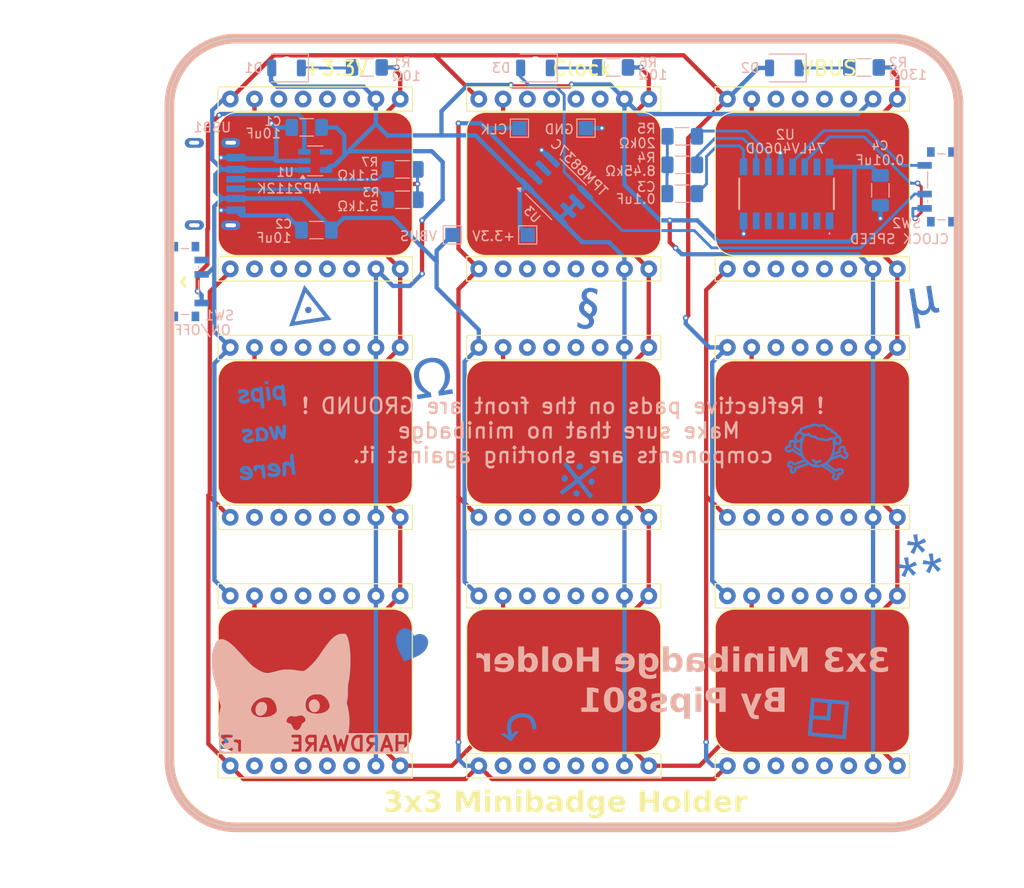
<source format=kicad_pcb>
(kicad_pcb (version 20240108) (generator "pcbnew") (generator_version "8.0")
  (title_block (title "3x3 Minibadge Holder") (date "2024-11-07") (rev "r3") (company "Pips Engineering"))
  (layers (0 "F.Cu" signal) (31 "B.Cu" signal) (34 "B.Paste" user) (35 "F.Paste" user) (36 "B.SilkS" user "B.Silkscreen") (37 "F.SilkS" user "F.Silkscreen") (38 "B.Mask" user) (39 "F.Mask" user) (44 "Edge.Cuts" user))
  (net 0 "")
  (net 1 "+3.3V")
  (net 2 "GND")
  (net 3 "VBUS")
  (net 4 "Net-(C3-Pad1)")
  (net 5 "Net-(U2-~{Φ0})")
  (net 6 "Net-(D1-K)")
  (net 7 "Net-(D2-K)")
  (net 8 "Net-(D3-K)")
  (net 9 "CLK")
  (net 10 "/CC1")
  (net 20 "Net-(U2-Φ0)")
  (net 21 "Net-(U2-~{Φ1})")
  (net 22 "CLK_LOW")
  (net 31 "/CC2")
  (net 32 "CLK2")
  (net 61 "/SLOW")
  (net 62 "/FAST")
  (net 108 "Net-(SW1-A)")
  (footprint "MiniBadge:MiniBadge_Slot_Reflective" (layer "F.Cu") (at 168.6876 89.7032)
    (property "Reference" "MB6" (hide yes))
    (property "Value" "MiniBadge_Full")
  )
  (footprint "MountingHole:MountingHole_2.2mm_M2" (layer "F.Cu") (at 191.516 65.278)
    (property "Reference" "REF**" (hide yes))
    (property "Value" "MountingHole_2.2mm_M2")
  )
  (footprint "MiniBadge:MiniBadge_Slot_Reflective" (layer "F.Cu") (at 142.6876 89.7032)
    (property "Reference" "MB5" (hide yes))
    (property "Value" "MiniBadge_Full")
  )
  (footprint "MountingHole:MountingHole_2.2mm_M2" (layer "F.Cu") (at 114.046 134.62)
    (property "Reference" "REF**" (hide yes))
    (property "Value" "MountingHole_2.2mm_M2")
  )
  (footprint "MiniBadge:MiniBadge_Slot_Reflective" (layer "F.Cu") (at 168.6876 63.7032)
    (property "Reference" "MB3" (hide yes))
    (property "Value" "MiniBadge_Full")
  )
  (footprint "MiniBadge:MiniBadge_Slot_Reflective" (layer "F.Cu") (at 116.6876 115.7032)
    (property "Reference" "MB7" (hide yes))
    (property "Value" "MiniBadge_Full")
  )
  (footprint "MiniBadge:MiniBadge_Slot_Reflective" (layer "F.Cu") (at 168.6876 115.7032)
    (property "Reference" "MB9" (hide yes))
    (property "Value" "MiniBadge_Full")
  )
  (footprint "MountingHole:MountingHole_2.2mm_M2" (layer "F.Cu") (at 191.516 134.62)
    (property "Reference" "REF**" (hide yes))
    (property "Value" "MountingHole_2.2mm_M2")
  )
  (footprint "MiniBadge:MiniBadge_Slot_Reflective" (layer "F.Cu") (at 116.6876 63.7032)
    (property "Reference" "MB1" (hide yes))
    (property "Value" "MiniBadge_Full")
  )
  (footprint "MiniBadge:MiniBadge_Slot_Reflective" (layer "F.Cu") (at 116.6876 89.7032)
    (property "Reference" "MB4" (hide yes))
    (property "Value" "MiniBadge_Full")
  )
  (footprint "MiniBadge:MiniBadge_Slot_Reflective" (layer "F.Cu") (at 142.6876 63.7032)
    (property "Reference" "MB2" (hide yes))
    (property "Value" "MiniBadge_Full")
  )
  (footprint "MiniBadge:MiniBadge_Slot_Reflective" (layer "F.Cu") (at 142.6876 115.7032)
    (property "Reference" "MB8" (hide yes))
    (property "Value" "MiniBadge_Full")
  )
  (footprint "MountingHole:MountingHole_2.2mm_M2" (layer "F.Cu") (at 114.046 65.278)
    (property "Reference" "REF**" (hide yes))
    (property "Value" "MountingHole_2.2mm_M2")
  )
  (footprint "Capacitor_SMD:C_1206_3216Metric_Pad1.33x1.80mm_HandSolder" (layer "B.Cu") (at 126.9746 78.6892 180)
    (property "Reference" "C2")
    (property "Value" "10uF")
  )
  (footprint "Pips Lib:LED_1206_3216Metric_ReverseMount_Hole1.8x2.4mm" (layer "B.Cu") (at 175.921 61.722 180)
    (property "Reference" "D2")
    (property "Value" "LED_VBUS")
  )
  (footprint "TestPoint:TestPoint_Pad_1.5x1.5mm" (layer "B.Cu") (at 155.1686 68.0212 180)
    (property "Reference" "TP3" (hide yes))
    (property "Value" "GND" (hide yes))
  )
  (footprint "Pips Lib:LED_1206_3216Metric_ReverseMount_Hole1.8x2.4mm" (layer "B.Cu") (at 149.886 61.722 180)
    (property "Reference" "D3")
    (property "Value" "LED_CLK")
  )
  (footprint "Resistor_SMD:R_1206_3216Metric_Pad1.30x1.75mm_HandSolder" (layer "B.Cu") (at 132.253758 61.667373 180)
    (property "Reference" "R1")
    (property "Value" "10Ω")
  )
  (footprint "Resistor_SMD:R_1206_3216Metric_Pad1.30x1.75mm_HandSolder" (layer "B.Cu") (at 135.9916 72.3392 180)
    (property "Reference" "R7")
    (property "Value" "5.1kΩ")
  )
  (footprint "Package_SO:SOIC-8_3.9x4.9mm_P1.27mm" (layer "B.Cu") (at 152.019 74.422 -45)
    (property "Reference" "U3")
    (property "Value" "TPM8837C")
  )
  (footprint "Resistor_SMD:R_1206_3216Metric_Pad1.30x1.75mm_HandSolder" (layer "B.Cu") (at 158.008758 61.667373 180)
    (property "Reference" "R6")
    (property "Value" "10Ω")
  )
  (footprint "LOGO" (layer "B.Cu") (at 179.40114 103.008381 180)
    (property "Reference" "G***" (hide yes))
    (property "Value" "LOGO" (hide yes))
  )
  (footprint "Resistor_SMD:R_1206_3216Metric_Pad1.30x1.75mm_HandSolder" (layer "B.Cu") (at 165.2316 71.86295)
    (property "Reference" "R4")
    (property "Value" "8.45kΩ")
  )
  (footprint "LOGO" (layer "B.Cu") (at 123.547977 118.167938 180)
    (property "Reference" "G***" (hide yes))
    (property "Value" "LOGO" (hide yes))
  )
  (footprint "Resistor_SMD:R_1206_3216Metric_Pad1.30x1.75mm_HandSolder" (layer "B.Cu") (at 135.9916 75.5142 180)
    (property "Reference" "R3")
    (property "Value" "5.1kΩ")
  )
  (footprint "Pips Lib:LED_1206_3216Metric_ReverseMount_Hole1.8x2.4mm" (layer "B.Cu") (at 123.851 61.722 180)
    (property "Reference" "D1")
    (property "Value" "LED_3.3")
  )
  (footprint "Button_Switch_SMD:SW_SPDT_PCM12" (layer "B.Cu") (at 192.024 74.168 -90)
    (property "Reference" "SW2")
    (property "Value" "CLOCK SPEED")
  )
  (footprint "Capacitor_SMD:C_1206_3216Metric_Pad1.33x1.80mm_HandSolder" (layer "B.Cu") (at 185.962432 74.53247 -90)
    (property "Reference" "C4")
    (property "Value" "0.01uF")
  )
  (footprint "Type-C-31-M-17:TYPEC31M17" (layer "B.Cu") (at 111.6076 73.8632 90)
    (property "Reference" "USB1")
    (property "Value" "TYPE-C-31-M-17")
  )
  (footprint "Button_Switch_SMD:SW_SPDT_PCM12" (layer "B.Cu") (at 113.538 84.074 90)
    (property "Reference" "SW1")
    (property "Value" "ON/OFF")
  )
  (footprint "TestPoint:TestPoint_Pad_1.5x1.5mm" (layer "B.Cu") (at 149.0726 79.1972 180)
    (property "Reference" "TP1" (hide yes))
    (property "Value" "+3.3V" (hide yes))
  )
  (footprint "TestPoint:TestPoint_Pad_1.5x1.5mm" (layer "B.Cu") (at 148.209 68.0212 180)
    (property "Reference" "TP4" (hide yes))
    (property "Value" "CLK" (hide yes))
  )
  (footprint "Resistor_SMD:R_1206_3216Metric_Pad1.30x1.75mm_HandSolder" (layer "B.Cu") (at 184.2516 61.6712 180)
    (property "Reference" "R2")
    (property "Value" "130Ω")
  )
  (footprint "Capacitor_SMD:C_1206_3216Metric_Pad1.33x1.80mm_HandSolder" (layer "B.Cu") (at 165.2016 74.8792)
    (property "Reference" "C3")
    (property "Value" "0.1uF")
  )
  (footprint "Resistor_SMD:R_1206_3216Metric_Pad1.30x1.75mm_HandSolder" (layer "B.Cu") (at 165.2316 68.8767)
    (property "Reference" "R5")
    (property "Value" "20kΩ")
  )
  (footprint "TestPoint:TestPoint_Pad_1.5x1.5mm" (layer "B.Cu") (at 141.1986 79.1972 180)
    (property "Reference" "TP2" (hide yes))
    (property "Value" "VBUS" (hide yes))
  )
  (footprint "Package_TO_SOT_SMD:SOT-23-5" (layer "B.Cu") (at 126.8476 71.4502)
    (property "Reference" "U1")
    (property "Value" "AP2112K-3.3" (hide yes))
  )
  (footprint "74LV4060D,118:74LV4060D118" (layer "B.Cu") (at 176.149 74.899 180)
    (property "Reference" "U2")
    (property "Value" "74HC4060D" (hide yes))
  )
  (footprint "Capacitor_SMD:C_1206_3216Metric_Pad1.33x1.80mm_HandSolder" (layer "B.Cu") (at 125.958509 67.943927 180)
    (property "Reference" "C1")
    (property "Value" "10uF")
  )
  (gr_poly (pts (xy 122.146445 99.202618) (xy 122.17191 99.200986) (xy 122.267983 99.223391) (xy 122.329321 99.302262) (xy 122.346906 99.34956) (xy 122.396507 99.482937) (xy 122.441382 99.603531) (xy 122.481528 99.711342) (xy 122.516945 99.806371) (xy 122.556814 99.913193) (xy 122.594832 100.014768) (xy 122.631465 100.111397) (xy 122.636617 100.045871) (xy 122.644015 99.94215) (xy 122.651579 99.832172) (xy 122.65932 99.717495) (xy 122.664066 99.648311) (xy 122.672114 99.546198) (xy 122.681834 99.443948) (xy 122.693461 99.346015) (xy 122.71837 99.246287) (xy 122.775636 99.164737) (xy 122.871759 99.126385) (xy 122.960513 99.134659) (xy 123.046424 99.193229) (xy 123.100854 99.282568) (xy 123.133229 99.356518) (xy 123.175196 99.451497) (xy 123.215791 99.542338) (xy 123.264607 99.65007) (xy 123.311281 99.751333) (xy 123.355812 99.846134) (xy 123.406421 99.951357) (xy 123.408539 99.906564) (xy 123.413738 99.798894) (xy 123.418805 99.698252) (xy 123.424271 99.597801) (xy 123.4251 99.509302) (xy 123.424762 99.406191) (xy 123.427172 99.313858) (xy 123.435071 99.214531) (xy 123.44406 99.171135) (xy 123.50274 99.084384) (xy 123.601445 99.049691) (xy 123.649268 99.049606) (xy 123.742732 99.085432) (xy 123.773348 99.112417) (xy 123.812643 99.203826) (xy 123.816664 99.299758) (xy 123.813916 99.398198) (xy 123.810275 99.468719) (xy 123.804876 99.568594) (xy 123.797794 99.690735) (xy 123.790846 99.800275) (xy 123.782349 99.919482) (xy 123.772428 100.036543) (xy 123.759669 100.148521) (xy 123.756216 100.172252) (xy 123.73716 100.272711) (xy 123.709243 100.372193) (xy 123.670334 100.466861) (xy 123.62935 100.538273) (xy 123.547329 100.595706) (xy 123.445019 100.580305) (xy 123.366266 100.517974) (xy 123.355442 100.510149) (xy 123.294968 100.433128) (xy 123.284183 100.411974) (xy 123.232755 100.31147) (xy 123.185486 100.219738) (xy 123.134254 100.121237) (xy 123.082055 100.022288) (xy 123.032382 99.930256) (xy 122.988442 99.853339) (xy 122.986552 99.895605) (xy 122.980462 100.012245) (xy 122.973737 100.113653) (xy 122.963785 100.225167) (xy 122.949759 100.326479) (xy 122.945629 100.347162) (xy 122.916447 100.458349) (xy 122.872871 100.560086) (xy 122.810499 100.639459) (xy 122.713681 100.683327) (xy 122.613056 100.67229) (xy 122.529495 100.613291) (xy 122.473595 100.546218) (xy 122.416698 100.464516) (xy 122.368963 100.375734) (xy 122.321193 100.269182) (xy 122.273148 100.159557) (xy 122.224826 100.046861) (xy 122.176226 99.931093) (xy 122.127351 99.812255) (xy 122.090512 99.721112) (xy 122.053519 99.628239) (xy 122.016368 99.533638) (xy 121.979062 99.43731) (xy 121.968125 99.398675) (xy 121.968634 99.358055) (xy 122.014758 99.267541) (xy 122.050803 99.236814)) (fill solid) (layer "B.Cu"))
  (gr_poly (pts (xy 120.49221 95.212691) (xy 120.603115 95.191383) (xy 120.690931 95.187765) (xy 120.79135 95.197138) (xy 120.886767 95.219405) (xy 120.983104 95.255082) (xy 120.980217 95.241632) (xy 120.979314 95.215457) (xy 121.020456 95.124432) (xy 121.049656 95.102132) (xy 121.145059 95.071551) (xy 121.23686 95.085111) (xy 121.313081 95.146723) (xy 121.362491 95.237587) (xy 121.384031 95.335736) (xy 121.385276 95.409685) (xy 121.388509 95.507918) (xy 121.392017 95.607991) (xy 121.395472 95.691424) (xy 121.401269 95.795996) (xy 121.408966 95.908361) (xy 121.417075 96.010874) (xy 121.426581 96.119112) (xy 121.427796 96.132365) (xy 121.437285 96.231755) (xy 121.448507 96.342714) (xy 121.459506 96.447031) (xy 121.471778 96.559848) (xy 121.482978 96.660355) (xy 121.491943 96.740651) (xy 121.505203 96.859555) (xy 121.516359 96.959805) (xy 121.528441 97.068817) (xy 121.539557 97.170634) (xy 121.539848 97.2137) (xy 121.50044 97.307855) (xy 121.463425 97.341667) (xy 121.370364 97.374081) (xy 121.321363 97.3741) (xy 121.229846 97.336295) (xy 121.197967 97.304064) (xy 121.162569 97.210257) (xy 121.102392 96.651729) (xy 121.055148 96.666042) (xy 120.955029 96.690184) (xy 120.857974 96.704925) (xy 120.819931 96.708071) (xy 120.710572 96.706787) (xy 120.608363 96.689417) (xy 120.513303 96.655963) (xy 120.425394 96.606422) (xy 120.344638 96.540797) (xy 120.32125 96.517485) (xy 120.258592 96.441812) (xy 120.207185 96.357531) (xy 120.185458 96.307269) (xy 120.535874 96.165691) (xy 120.59239 96.252959) (xy 120.626395 96.284272) (xy 120.720888 96.327673) (xy 120.81876 96.331823) (xy 120.864155 96.325618) (xy 120.96149 96.302449) (xy 121.057427 96.26597) (xy 121.053719 96.230078) (xy 121.043376 96.122365) (xy 121.034202 96.0146) (xy 121.026198 95.90678) (xy 121.019361 95.798906) (xy 121.013692 95.690978) (xy 121.001349 95.682123) (xy 120.916312 95.62901) (xy 120.822047 95.587344) (xy 120.741848 95.567234) (xy 120.642815 95.564432) (xy 120.589541 95.578235) (xy 120.515305 95.651659) (xy 120.487202 95.752208) (xy 120.484402 95.809353) (xy 120.488433 95.907287) (xy 120.497952 96.013367) (xy 120.50625 96.069158) (xy 120.535874 96.165691) (xy 120.185458 96.307269) (xy 120.167031 96.264642) (xy 120.138129 96.163146) (xy 120.120477 96.053041) (xy 120.118454 96.032775) (xy 120.11187 95.934671) (xy 120.111743 95.824043) (xy 120.120095 95.721158) (xy 120.140561 95.610911) (xy 120.172569 95.511202) (xy 120.187872 95.476344) (xy 120.243063 95.383669) (xy 120.312184 95.308835) (xy 120.395233 95.251842)) (fill solid) (layer "B.Cu"))
  (gr_poly (pts (xy 154.684647 103.154272) (xy 154.780682 103.237918) (xy 154.838491 103.352306) (xy 154.848837 103.484489) (xy 154.80694 103.609273) (xy 154.723532 103.703368) (xy 154.610351 103.759357) (xy 154.478288 103.768734) (xy 154.350476 103.727449) (xy 154.251294 103.645386) (xy 154.19022 103.533549) (xy 154.178783 103.402217) (xy 154.221532 103.278521) (xy 154.309177 103.181993) (xy 154.425621 103.123452) (xy 154.558893 103.112255)) (fill solid) (layer "B.Cu"))
  (gr_poly (pts (xy 119.314133 103.410188) (xy 119.417676 103.384532) (xy 119.517512 103.369926) (xy 119.601491 103.36529) (xy 119.701501 103.371801) (xy 119.814227 103.397667) (xy 119.919007 103.443223) (xy 120.015844 103.508472) (xy 120.09047 103.577887) (xy 120.150953 103.649829) (xy 120.212542 103.744246) (xy 120.262142 103.847488) (xy 120.294317 103.940261) (xy 120.318166 104.039162) (xy 120.333691 104.144192) (xy 120.336853 104.182904) (xy 120.3349 104.293566) (xy 120.315783 104.396018) (xy 120.279504 104.490257) (xy 120.226058 104.576285) (xy 120.155448 104.654102) (xy 120.11835 104.686179) (xy 120.037036 104.742764) (xy 119.946237 104.789261) (xy 119.845948 104.825669) (xy 119.736175 104.851989) (xy 119.637449 104.866213) (xy 119.530972 104.871634) (xy 119.426272 104.865324) (xy 119.323348 104.847286) (xy 119.222198 104.817517) (xy 119.15265 104.788566) (xy 119.063883 104.733345) (xy 118.997138 104.658126) (xy 118.9641 104.558289) (xy 118.962522 104.521961) (xy 118.995896 104.429046) (xy 119.089769 104.389378) (xy 119.189758 104.405014) (xy 119.279658 104.443587) (xy 119.296774 104.45184) (xy 119.397569 104.48494) (xy 119.498988 104.496976) (xy 119.598234 104.493112) (xy 119.613123 104.491486) (xy 119.711141 104.477317) (xy 119.809871 104.455151) (xy 119.874182 104.434393) (xy 119.963343 104.391867) (xy 119.481502 104.237691) (xy 119.451939 104.228095) (xy 119.346115 104.19225) (xy 119.250834 104.156762) (xy 119.157646 104.114552) (xy 119.135758 104.102106) (xy 119.053169 104.041101) (xy 118.991929 103.963731) (xy 118.989318 103.955378) (xy 119.322737 103.820668) (xy 119.337644 103.828236) (xy 119.430326 103.87045) (xy 119.530289 103.909695) (xy 119.633043 103.945721) (xy 119.653045 103.951975) (xy 119.75325 103.983395) (xy 119.853768 104.015069) (xy 119.954601 104.046998) (xy 119.911557 103.961106) (xy 119.853361 103.875289) (xy 119.782869 103.805706) (xy 119.751143 103.784136) (xy 119.655048 103.746961) (xy 119.556241 103.743078) (xy 119.511727 103.749052) (xy 119.409909 103.775243) (xy 119.322737 103.820668) (xy 118.989318 103.955378) (xy 118.961677 103.866967) (xy 118.960337 103.852281) (xy 118.965056 103.742006) (xy 118.997217 103.644566) (xy 119.05682 103.559959) (xy 119.131484 103.496455) (xy 119.221848 103.445406)) (fill solid) (layer "B.Cu"))
  (gr_poly (pts (xy 119.352111 99.502394) (xy 119.450689 99.485953) (xy 119.555361 99.476391) (xy 119.669933 99.469875) (xy 119.77247 99.468768) (xy 119.876882 99.474313) (xy 119.976147 99.489666) (xy 120.063712 99.516368) (xy 120.164038 99.571523) (xy 120.238384 99.647412) (xy 120.286754 99.744033) (xy 120.307537 99.843356) (xy 120.308386 99.916668) (xy 120.28305 100.018033) (xy 120.225779 100.10908) (xy 120.148063 100.181346) (xy 120.082545 100.22391) (xy 119.990878 100.275742) (xy 119.898163 100.324915) (xy 119.803779 100.373234) (xy 119.770738 100.390431) (xy 119.68495 100.443883) (xy 119.625158 100.529046) (xy 119.626169 100.535195) (xy 119.703527 100.597064) (xy 119.805919 100.606856) (xy 119.914583 100.6003) (xy 120.002544 100.576135) (xy 120.092831 100.534412) (xy 120.171186 100.497443) (xy 120.269622 100.468678) (xy 120.316898 100.467475) (xy 120.411161 100.508173) (xy 120.448401 100.604117) (xy 120.449798 100.634746) (xy 120.422808 100.738091) (xy 120.354479 100.819823) (xy 120.269788 100.876829) (xy 120.242541 100.891015) (xy 120.146872 100.930772) (xy 120.04375 100.958936) (xy 119.944567 100.974372) (xy 119.912716 100.977327) (xy 119.805559 100.981017) (xy 119.705118 100.974366) (xy 119.598551 100.954101) (xy 119.500757 100.920327) (xy 119.472603 100.907108) (xy 119.386757 100.852255) (xy 119.31283 100.77321) (xy 119.2647 100.676718) (xy 119.243744 100.577975) (xy 119.243658 100.510117) (xy 119.270486 100.413457) (xy 119.329667 100.322959) (xy 119.40943 100.247684) (xy 119.490861 100.191284) (xy 119.575239 100.140551) (xy 119.666443 100.089448) (xy 119.757527 100.040658) (xy 119.780508 100.028419) (xy 119.872566 99.973309) (xy 119.942461 99.893515) (xy 119.918175 99.860181) (xy 119.819394 99.837961) (xy 119.717113 99.838057) (xy 119.605041 99.846953) (xy 119.590653 99.84858) (xy 119.493585 99.866035) (xy 119.436008 99.942384) (xy 119.339877 99.969128) (xy 119.331691 99.969741) (xy 119.238891 99.924054) (xy 119.197515 99.829399) (xy 119.180903 99.73239) (xy 119.18014 99.724295) (xy 119.189776 99.62583) (xy 119.252422 99.543631) (xy 119.260434 99.538328)) (fill solid) (layer "B.Cu"))
  (gr_poly (pts (xy 120.934907 99.340248) (xy 121.036859 99.31924) (xy 121.078967 99.315736) (xy 121.181805 99.315288) (xy 121.281167 99.326717) (xy 121.377051 99.350024) (xy 121.469461 99.385208) (xy 121.558394 99.43227) (xy 121.643851 99.491207) (xy 121.707051 99.544871) (xy 121.775812 99.617216) (xy 121.843308 99.711751) (xy 121.894421 99.814704) (xy 121.92915 99.92608) (xy 121.945577 100.025328) (xy 121.947694 100.047006) (xy 121.952912 100.150809) (xy 121.947381 100.265278) (xy 121.928987 100.368735) (xy 121.891266 100.475517) (xy 121.836033 100.567312) (xy 121.826711 100.579171) (xy 121.751468 100.65356) (xy 121.658751 100.712864) (xy 121.565372 100.751689) (xy 121.459155 100.779431) (xy 121.360834 100.794081) (xy 121.29606 100.794872) (xy 121.19482 100.780094) (xy 121.156556 100.771459) (xy 121.058186 100.744071) (xy 120.963744 100.712532) (xy 120.941086 100.736945) (xy 120.867189 100.806957) (xy 120.777377 100.855406) (xy 120.737613 100.855816) (xy 120.644656 100.821709) (xy 120.617794 100.799207) (xy 120.576866 100.709479) (xy 120.585886 100.666781) (xy 120.616417 100.571722) (xy 120.616549 100.571333) (xy 121.03101 100.403879) (xy 121.086385 100.435219) (xy 121.182417 100.470483) (xy 121.247322 100.481789) (xy 121.345644 100.481324) (xy 121.369578 100.478001) (xy 121.463805 100.442983) (xy 121.532848 100.369799) (xy 121.560516 100.300352) (xy 121.574387 100.195747) (xy 121.569837 100.090852) (xy 121.560354 100.033256) (xy 121.526774 99.936939) (xy 121.471961 99.850079) (xy 121.395919 99.772677) (xy 121.346857 99.735949) (xy 121.254665 99.688138) (xy 121.157483 99.663851) (xy 121.055316 99.663089) (xy 121.020029 99.673182) (xy 120.97349 99.697721) (xy 120.980495 99.722524) (xy 121.005075 99.820633) (xy 121.021321 99.919125) (xy 121.025972 99.972976) (xy 121.031 100.076) (xy 121.032956 100.183174) (xy 121.03282 100.287689) (xy 121.03101 100.403879) (xy 120.616549 100.571333) (xy 120.634217 100.518953) (xy 120.664432 100.425708) (xy 120.67289 100.367793) (xy 120.676334 100.261828) (xy 120.671773 100.15738) (xy 120.662446 100.051641) (xy 120.6516 99.96187) (xy 120.635193 99.862456) (xy 120.626839 99.823856) (xy 120.599624 99.729647) (xy 120.559109 99.647951) (xy 120.588563 99.548021) (xy 120.658685 99.47816) (xy 120.744235 99.423181) (xy 120.754385 99.417613) (xy 120.842813 99.374226)) (fill solid) (layer "B.Cu"))
  (gr_poly (pts (xy 138.401107 121.198909) (xy 138.53055 121.349624) (xy 138.595791 121.471426) (xy 138.651372 121.6638) (xy 138.664696 121.831703) (xy 138.645796 122.027698) (xy 138.591455 122.225168) (xy 138.5752 122.269309) (xy 138.489958 122.456103) (xy 138.384956 122.623832) (xy 138.303977 122.725061) (xy 138.15928 122.87435) (xy 138.000587 123.007904) (xy 137.922624 123.064239) (xy 137.747341 123.175947) (xy 137.563738 123.275136) (xy 137.476193 123.316693) (xy 137.285996 123.400597) (xy 137.096559 123.47892) (xy 137.009382 123.513187) (xy 136.823937 123.583955) (xy 136.630877 123.656925) (xy 136.563599 123.682171) (xy 136.370993 123.761224) (xy 136.194207 123.848187) (xy 136.17183 123.86038) (xy 136.121666 123.841124) (xy 136.050297 123.658657) (xy 135.962679 123.471792) (xy 135.949769 123.446544) (xy 135.857399 123.266154) (xy 135.768425 123.092039) (xy 135.733383 123.023376) (xy 135.643399 122.840504) (xy 135.556283 122.65286) (xy 135.517043 122.564646) (xy 135.440689 122.369974) (xy 135.378294 122.171334) (xy 135.354205 122.078315) (xy 135.31642 121.874123) (xy 135.29896 121.667371) (xy 135.297759 121.571083) (xy 135.316822 121.3608) (xy 135.362735 121.165605) (xy 135.402071 121.051259) (xy 135.483185 120.873244) (xy 135.594552 120.704281) (xy 135.627468 120.665819) (xy 135.777762 120.529228) (xy 135.920658 120.444538) (xy 136.11196 120.384129) (xy 136.247685 120.372288) (xy 136.444779 120.392897) (xy 136.574378 120.431765) (xy 136.752303 120.519894) (xy 136.82986 120.575881) (xy 136.969793 120.715342) (xy 137.007797 120.766621) (xy 137.1028 120.942746) (xy 137.118623 120.984972) (xy 137.170261 121.173635) (xy 137.171732 121.181888) (xy 137.329778 121.078279) (xy 137.342994 121.071101) (xy 137.526958 120.995685) (xy 137.572373 120.983342) (xy 137.772636 120.959018) (xy 137.831324 120.960307) (xy 138.025817 120.993417) (xy 138.118529 121.02451) (xy 138.29383 121.115043)) (fill solid) (layer "B.Cu"))
  (gr_poly (pts (xy 121.734659 94.475181) (xy 121.797768 94.476284) (xy 121.89195 94.513661) (xy 121.929559 94.546183) (xy 121.969966 94.63906) (xy 121.967745 94.690817) (xy 121.919778 94.778428) (xy 121.867496 94.819222) (xy 121.773873 94.848283) (xy 121.710839 94.847241) (xy 121.617119 94.810238) (xy 121.57974 94.777434) (xy 121.539538 94.684301) (xy 121.541708 94.632609) (xy 121.58929 94.545472) (xy 121.641225 94.504396)) (fill solid) (layer "B.Cu"))
  (gr_poly (pts (xy 128.563557 88.063809) (xy 124.104554 88.770045) (xy 124.290614 88.265) (xy 124.714 88.265) (xy 127.827872 87.771811) (xy 125.827288 85.214204) (xy 124.714 88.265) (xy 124.290614 88.265) (xy 125.703189 84.43067)) (fill solid) (layer "B.Cu"))
  (gr_poly (pts (xy 126.199183 86.719147) (xy 126.318213 86.777448) (xy 126.406889 86.875177) (xy 126.452963 86.997458) (xy 126.448 87.134747) (xy 126.393406 87.2522) (xy 126.296642 87.340723) (xy 126.168724 87.38868) (xy 125.972601 87.363546) (xy 125.915912 87.328817) (xy 125.799207 87.162826) (xy 125.785222 87.103218) (xy 125.79029 86.972837) (xy 125.842649 86.853759) (xy 125.933977 86.762141) (xy 126.061742 86.713219)) (fill solid) (layer "B.Cu"))
  (gr_poly (pts (xy 148.829405 129.264571) (xy 148.928336 129.285377) (xy 149.128708 129.351556) (xy 149.306215 129.443097) (xy 149.447742 129.548325) (xy 149.594259 129.698204) (xy 149.715603 129.871823) (xy 149.782514 130.000757) (xy 149.858753 130.190548) (xy 149.91752 130.391054) (xy 149.955784 130.58263) (xy 150.008358 130.914571) (xy 149.585713 130.981511) (xy 149.53482 130.660185) (xy 149.495338 130.4645) (xy 149.436722 130.272013) (xy 149.411742 130.207854) (xy 149.320304 130.034799) (xy 149.191444 129.885353) (xy 149.182316 129.877217) (xy 149.017081 129.767627) (xy 148.827387 129.700491) (xy 148.813543 129.69724) (xy 148.61639 129.672108) (xy 148.405832 129.678935) (xy 148.27034 129.69623) (xy 148.068753 129.738444) (xy 147.880814 129.802892) (xy 147.761755 129.863827) (xy 147.599304 129.984796) (xy 147.471178 130.138779) (xy 147.464717 130.149258) (xy 147.383311 130.33006) (xy 147.344228 130.521962) (xy 147.342904 130.535526) (xy 147.337561 130.732328) (xy 147.35468 130.941855) (xy 147.363698 131.004057) (xy 147.444087 131.511617) (xy 147.676753 131.181978) (xy 148.166944 131.10434) (xy 147.347907 132.184635) (xy 147.312204 132.19029) (xy 146.203284 131.415353) (xy 146.690581 131.338172) (xy 147.022359 131.584347) (xy 146.939371 131.060383) (xy 146.915073 130.847192) (xy 146.910474 130.63883) (xy 146.923387 130.453598) (xy 146.96035 130.258151) (xy 147.030647 130.059117) (xy 147.103895 129.919553) (xy 147.230505 129.748485) (xy 147.377016 129.609578) (xy 147.518554 129.508665) (xy 147.701 129.413) (xy 147.889739 129.344159) (xy 148.101723 129.291667) (xy 148.2034 129.273585) (xy 148.405029 129.249563) (xy 148.61561 129.24403)) (fill solid) (layer "B.Cu"))
  (gr_poly (pts (xy 122.207613 103.106071) (xy 122.311157 103.080415) (xy 122.410993 103.065809) (xy 122.494973 103.061173) (xy 122.594982 103.067684) (xy 122.707708 103.09355) (xy 122.812488 103.139106) (xy 122.909324 103.204355) (xy 122.98395 103.273772) (xy 123.044433 103.345713) (xy 123.106023 103.440129) (xy 123.155622 103.543371) (xy 123.187798 103.636144) (xy 123.211647 103.735045) (xy 123.227171 103.840075) (xy 123.230335 103.878787) (xy 123.228381 103.989449) (xy 123.209264 104.091901) (xy 123.172984 104.18614) (xy 123.119538 104.272168) (xy 123.048929 104.349985) (xy 123.011831 104.382062) (xy 122.930517 104.438647) (xy 122.839718 104.485144) (xy 122.73943 104.521552) (xy 122.629655 104.547872) (xy 122.530929 104.562096) (xy 122.424453 104.567517) (xy 122.319753 104.561207) (xy 122.216828 104.543169) (xy 122.11568 104.5134) (xy 122.046132 104.48445) (xy 121.957364 104.429228) (xy 121.890618 104.35401) (xy 121.85758 104.254172) (xy 121.856003 104.217844) (xy 121.889377 104.124929) (xy 121.983251 104.08526) (xy 122.08324 104.100898) (xy 122.17314 104.13947) (xy 122.190254 104.147723) (xy 122.291049 104.180823) (xy 122.392469 104.192859) (xy 122.491715 104.188995) (xy 122.506603 104.187369) (xy 122.604622 104.173199) (xy 122.703351 104.151034) (xy 122.767663 104.130275) (xy 122.856824 104.08775) (xy 122.374983 103.933573) (xy 122.345419 103.923978) (xy 122.239595 103.888133) (xy 122.144315 103.852646) (xy 122.051128 103.810435) (xy 122.02924 103.797988) (xy 121.946651 103.736985) (xy 121.88541 103.659614) (xy 121.882799 103.651261) (xy 122.216217 103.516551) (xy 122.231125 103.524119) (xy 122.323807 103.566333) (xy 122.42377 103.605578) (xy 122.526523 103.641604) (xy 122.546526 103.647858) (xy 122.64673 103.679278) (xy 122.747249 103.710952) (xy 122.848082 103.742881) (xy 122.805037 103.65699) (xy 122.746842 103.571172) (xy 122.676351 103.501589) (xy 122.644622 103.48002) (xy 122.548528 103.442844) (xy 122.449722 103.438962) (xy 122.405209 103.444935) (xy 122.303389 103.471126) (xy 122.216217 103.516551) (xy 121.882799 103.651261) (xy 121.855159 103.56285) (xy 121.853818 103.548164) (xy 121.858537 103.437889) (xy 121.890697 103.340449) (xy 121.950301 103.255842) (xy 122.024965 103.192337) (xy 122.115329 103.141289)) (fill solid) (layer "B.Cu"))
  (gr_poly (pts (xy 136.624572 133.467495) (xy 116.791237 133.467495) (xy 116.791237 131.936542) (xy 116.957904 131.936542) (xy 116.957904 132.0794) (xy 116.959674 132.097381) (xy 116.959484 132.101113) (xy 116.960409 132.104838) (xy 116.960786 132.108664) (xy 116.962218 132.112121) (xy 116.966572 132.129651) (xy 117.042762 132.343936) (xy 117.055281 132.370544) (xy 117.059518 132.375238) (xy 117.062125 132.380998) (xy 117.081503 132.403116) (xy 117.719063 133.000828) (xy 117.107904 133.000828) (xy 117.07864 133.00371) (xy 117.024568 133.026108) (xy 116.983184 133.067492) (xy 116.960786 133.121564) (xy 116.960786 133.180092) (xy 116.983184 133.234164) (xy 117.024568 133.275548) (xy 117.07864 133.297946) (xy 117.107904 133.300828) (xy 118.09838 133.300828) (xy 118.127644 133.297946) (xy 118.129915 133.297005) (xy 118.132371 133.296926) (xy 118.156869 133.285839) (xy 118.181716 133.275548) (xy 118.183453 133.27381) (xy 118.185693 133.272797) (xy 118.204087 133.253176) (xy 118.2231 133.234164) (xy 118.22404 133.231893) (xy 118.225723 133.230099) (xy 118.235208 133.204933) (xy 118.245498 133.180092) (xy 118.245498 133.177632) (xy 118.246365 133.175332) (xy 118.245498 133.148455) (xy 118.245498 133.121564) (xy 118.244557 133.119292) (xy 118.244478 133.116837) (xy 118.233391 133.092338) (xy 118.2231 133.067492) (xy 118.221362 133.065754) (xy 118.220349 133.063515) (xy 118.200971 133.041397) (xy 117.313233 132.209143) (xy 117.282094 132.121564) (xy 118.332214 132.121564) (xy 118.332214 132.180092) (xy 118.354612 132.234164) (xy 118.395996 132.275548) (xy 118.450068 132.297946) (xy 118.479332 132.300828) (xy 118.598301 132.300828) (xy 118.698873 132.347971) (xy 118.739602 132.386155) (xy 118.786475 132.474041) (xy 118.786475 133.150828) (xy 118.789357 133.180092) (xy 118.811755 133.234164) (xy 118.853139 133.275548) (xy 118.907211 133.297946) (xy 118.965739 133.297946) (xy 119.019811 133.275548) (xy 119.061195 133.234164) (xy 119.083593 133.180092) (xy 119.086475 133.150828) (xy 119.086475 132.150828) (xy 119.083593 132.121564) (xy 119.061195 132.067492) (xy 119.019811 132.026108) (xy 118.965739 132.00371) (xy 118.907211 132.00371) (xy 118.853139 132.026108) (xy 118.811755 132.067492) (xy 118.811037 132.069224) (xy 118.695378 132.015009) (xy 118.667658 132.005198) (xy 118.664186 132.005039) (xy 118.660977 132.00371) (xy 118.631713 132.000828) (xy 118.479332 132.000828) (xy 118.450068 132.00371) (xy 118.395996 132.026108) (xy 118.354612 132.067492) (xy 118.332214 132.121564) (xy 117.282094 132.121564) (xy 117.257904 132.053527) (xy 117.257904 131.974041) (xy 117.304777 131.886154) (xy 117.345506 131.847971) (xy 117.446079 131.800828) (xy 117.760206 131.800828) (xy 117.860778 131.847971) (xy 117.9196 131.903117) (xy 117.94292 131.921029) (xy 117.997687 131.94167) (xy 118.056182 131.939783) (xy 118.109504 131.915654) (xy 118.149534 131.872955) (xy 118.170175 131.818189) (xy 118.168288 131.759693) (xy 118.144159 131.706371) (xy 118.124781 131.684254) (xy 118.05791 131.621564) (xy 124.351263 131.621564) (xy 124.351263 131.680092) (xy 124.373661 131.734164) (xy 124.415045 131.775548) (xy 124.469117 131.797946) (xy 124.498381 131.800828) (xy 125.110286 131.800828) (xy 125.110286 132.215114) (xy 124.726953 132.215114) (xy 124.697689 132.217996) (xy 124.643617 132.240394) (xy 124.602233 132.281778) (xy 124.579835 132.33585) (xy 124.579835 132.394378) (xy 124.602233 132.44845) (xy 124.643617 132.489834) (xy 124.697689 132.512232) (xy 124.726953 132.515114) (xy 125.110286 132.515114) (xy 125.110286 133.000828) (xy 124.498381 133.000828) (xy 124.469117 133.00371) (xy 124.415045 133.026108) (xy 124.373661 133.067492) (xy 124.351263 133.121564) (xy 124.351263 133.180092) (xy 124.373661 133.234164) (xy 124.415045 133.275548) (xy 124.469117 133.297946) (xy 124.498381 133.300828) (xy 125.260286 133.300828) (xy 125.28955 133.297946) (xy 125.343622 133.275548) (xy 125.385006 133.234164) (xy 125.407404 133.180092) (xy 125.410286 133.150828) (xy 125.410286 131.936542) (xy 125.796 131.936542) (xy 125.796 132.150828) (xy 125.798882 132.180092) (xy 125.801703 132.186903) (xy 125.802419 132.194239) (xy 125.813647 132.221417) (xy 125.889838 132.364274) (xy 125.898597 132.377409) (xy 125.900221 132.380997) (xy 125.903441 132.384672) (xy 125.906153 132.388739) (xy 125.909195 132.39124) (xy 125.919599 132.403115) (xy 125.995789 132.474544) (xy 126.00678 132.482986) (xy 126.009442 132.485903) (xy 126.01447 132.488893) (xy 126.01911 132.492457) (xy 126.022804 132.493849) (xy 126.034716 132.500933) (xy 126.187097 132.572361) (xy 126.189964 132.573375) (xy 125.825808 133.061085) (xy 125.810609 133.086257) (xy 125.796205 133.142985) (xy 125.804606 133.200905) (xy 125.834532 133.251202) (xy 125.881429 133.286219) (xy 125.938157 133.300623) (xy 125.996077 133.292222) (xy 126.046374 133.262296) (xy 126.066192 133.240571) (xy 126.554535 132.586542) (xy 126.710286 132.586542) (xy 126.710286 133.150828) (xy 126.713168 133.180092) (xy 126.735566 133.234164) (xy 126.77695 133.275548) (xy 126.831022 133.297946) (xy 126.88955 133.297946) (xy 126.943622 133.275548) (xy 126.985006 133.234164) (xy 127.007404 133.180092) (xy 127.010286 133.150828) (xy 127.010286 133.129115) (xy 127.2452 133.129115) (xy 127.248189 133.187566) (xy 127.273317 133.240423) (xy 127.316761 133.279641) (xy 127.371907 133.299248) (xy 127.430358 133.296259) (xy 127.483215 133.271131) (xy 127.522433 133.227687) (xy 127.534952 133.201079) (xy 127.651866 132.872257) (xy 128.20204 132.872257) (xy 128.318955 133.201079) (xy 128.331474 133.227687) (xy 128.370692 133.271131) (xy 128.423549 133.296259) (xy 128.482 133.299248) (xy 128.537146 133.279641) (xy 128.58059 133.240423) (xy 128.605718 133.187566) (xy 128.608707 133.129115) (xy 128.601619 133.100576) (xy 128.088944 131.658678) (xy 128.691444 131.658678) (xy 128.695854 131.687751) (xy 129.076806 133.187751) (xy 129.079113 133.194133) (xy 129.07943 133.196862) (xy 129.081337 133.200285) (xy 129.086803 133.215405) (xy 129.098445 133.230995) (xy 129.107912 133.247989) (xy 129.1158 133.254236) (xy 129.121822 133.2623) (xy 129.138542 133.272247) (xy 129.153793 133.284326) (xy 129.16347 133.287078) (xy 129.172119 133.292224) (xy 129.191375 133.295016) (xy 129.210088 133.300339) (xy 129.220081 133.299178) (xy 129.230041 133.300623) (xy 129.248904 133.295832) (xy 129.268225 133.293589) (xy 129.277012 133.288693) (xy 129.286768 133.286216) (xy 129.302358 133.274573) (xy 129.319352 133.265107) (xy 129.325599 133.257218) (xy 129.333663 133.251197) (xy 129.34361 133.234476) (xy 129.355689 133.219226) (xy 129.36158 133.204273) (xy 129.363587 133.2009) (xy 129.363981 133.198177) (xy 129.366468 133.191867) (xy 129.526953 132.627662) (xy 129.687438 133.191867) (xy 129.689924 133.198177) (xy 129.690319 133.2009) (xy 129.692325 133.204273) (xy 129.698217 133.219226) (xy 129.710295 133.234476) (xy 129.720243 133.251197) (xy 129.728306 133.257218) (xy 129.734554 133.265107) (xy 129.751547 133.274573) (xy 129.767138 133.286216) (xy 129.776893 133.288693) (xy 129.785681 133.293589) (xy 129.805001 133.295832) (xy 129.823865 133.300623) (xy 129.833824 133.299178) (xy 129.843818 133.300339) (xy 129.86253 133.295016) (xy 129.881787 133.292224) (xy 129.890435 133.287078) (xy 129.900113 133.284326) (xy 129.915363 133.272247) (xy 129.932084 133.2623) (xy 129.938105 133.254236) (xy 129.945994 133.247989) (xy 129.95546 133.230995) (xy 129.967103 133.215405) (xy 129.972568 133.200285) (xy 129.974476 133.196862) (xy 129.974792 133.194133) (xy 129.9771 133.187751) (xy 130.204164 132.293685) (xy 130.596 132.293685) (xy 130.596 132.507971) (xy 130.596676 132.514838) (xy 130.596309 132.517602) (xy 130.597911 132.527378) (xy 130.598882 132.537235) (xy 130.599948 132.53981) (xy 130.601065 132.546621) (xy 130.677256 132.832334) (xy 130.678458 132.835539) (xy 130.67861 132.837096) (xy 130.683284 132.848411) (xy 130.687581 132.859868) (xy 130.68853 132.861108) (xy 130.689838 132.864273) (xy 130.766028 133.00713) (xy 130.774788 133.020268) (xy 130.776412 133.023855) (xy 130.779629 133.027527) (xy 130.782342 133.031595) (xy 130.785387 133.034098) (xy 130.79579 133.045972) (xy 130.94817 133.18883) (xy 130.971491 133.206743) (xy 130.975587 133.208287) (xy 130.978949 133.211093) (xy 131.006021 133.222572) (xy 131.234594 133.294) (xy 131.246523 133.296476) (xy 131.25007 133.297946) (xy 131.256782 133.298607) (xy 131.263385 133.299978) (xy 131.267207 133.299633) (xy 131.279334 133.300828) (xy 131.660286 133.300828) (xy 131.68955 133.297946) (xy 131.743622 133.275548) (xy 131.785006 133.234164) (xy 131.807404 133.180092) (xy 131.810286 133.150828) (xy 131.810286 131.936542) (xy 132.196 131.936542) (xy 132.196 132.150828) (xy 132.198882 132.180092) (xy 132.201703 132.186903) (xy 132.202419 132.194239) (xy 132.213647 132.221417) (xy 132.289838 132.364274) (xy 132.298597 132.377409) (xy 132.300221 132.380997) (xy 132.303441 132.384672) (xy 132.306153 132.388739) (xy 132.309195 132.39124) (xy 132.319599 132.403115) (xy 132.395789 132.474544) (xy 132.40678 132.482986) (xy 132.409442 132.485903) (xy 132.41447 132.488893) (xy 132.41911 132.492457) (xy 132.422804 132.493849) (xy 132.434716 132.500933) (xy 132.587097 132.572361) (xy 132.589964 132.573375) (xy 132.225808 133.061085) (xy 132.210609 133.086257) (xy 132.196205 133.142985) (xy 132.204606 133.200905) (xy 132.234532 133.251202) (xy 132.281429 133.286219) (xy 132.338157 133.300623) (xy 132.396077 133.292222) (xy 132.446374 133.262296) (xy 132.466192 133.240571) (xy 132.954535 132.586542) (xy 133.110286 132.586542) (xy 133.110286 133.150828) (xy 133.113168 133.180092) (xy 133.135566 133.234164) (xy 133.17695 133.275548) (xy 133.231022 133.297946) (xy 133.28955 133.297946) (xy 133.343622 133.275548) (xy 133.385006 133.234164) (xy 133.407404 133.180092) (xy 133.410286 133.150828) (xy 133.410286 133.129115) (xy 133.6452 133.129115) (xy 133.648189 133.187566) (xy 133.673317 133.240423) (xy 133.716761 133.279641) (xy 133.771907 133.299248) (xy 133.830358 133.296259) (xy 133.883215 133.271131) (xy 133.922433 133.227687) (xy 133.934952 133.201079) (xy 134.051866 132.872257) (xy 134.60204 132.872257) (xy 134.718955 133.201079) (xy 134.731474 133.227687) (xy 134.770692 133.271131) (xy 134.823549 133.296259) (xy 134.882 133.299248) (xy 134.937146 133.279641) (xy 134.98059 133.240423) (xy 135.005718 133.187566) (xy 135.008707 133.129115) (xy 135.001619 133.100576) (xy 134.486152 131.650828) (xy 135.243619 131.650828) (xy 135.243619 133.150828) (xy 135.246501 133.180092) (xy 135.268899 133.234164) (xy 135.310283 133.275548) (xy 135.364355 133.297946) (xy 135.422883 133.297946) (xy 135.476955 133.275548) (xy 135.518339 133.234164) (xy 135.540737 133.180092) (xy 135.543619 133.150828) (xy 135.543619 132.515114) (xy 136.157905 132.515114) (xy 136.157905 133.150828) (xy 136.160787 133.180092) (xy 136.183185 133.234164) (xy 136.224569 133.275548) (xy 136.278641 133.297946) (xy 136.337169 133.297946) (xy 136.391241 133.275548) (xy 136.432625 133.234164) (xy 136.455023 133.180092) (xy 136.457905 133.150828) (xy 136.457905 131.650828) (xy 136.455023 131.621564) (xy 136.432625 131.567492) (xy 136.391241 131.526108) (xy 136.337169 131.50371) (xy 136.278641 131.50371) (xy 136.224569 131.526108) (xy 136.183185 131.567492) (xy 136.160787 131.621564) (xy 136.157905 131.650828) (xy 136.157905 132.215114) (xy 135.543619 132.215114) (xy 135.543619 131.650828) (xy 135.540737 131.621564) (xy 135.518339 131.567492) (xy 135.476955 131.526108) (xy 135.422883 131.50371) (xy 135.364355 131.50371) (xy 135.310283 131.526108) (xy 135.268899 131.567492) (xy 135.246501 131.621564) (xy 135.243619 131.650828) (xy 134.486152 131.650828) (xy 134.468285 131.600576) (xy 134.455766 131.573969) (xy 134.450579 131.568223) (xy 134.447256 131.561233) (xy 134.431117 131.546663) (xy 134.416548 131.530525) (xy 134.409557 131.527201) (xy 134.403812 131.522015) (xy 134.383321 131.514729) (xy 134.363691 131.505397) (xy 134.355963 131.505001) (xy 134.348666 131.502407) (xy 134.326943 131.503517) (xy 134.30524 131.502408) (xy 134.297948 131.505) (xy 134.290215 131.505396) (xy 134.270575 131.514732) (xy 134.250094 131.522015) (xy 134.244348 131.527201) (xy 134.237358 131.530525) (xy 134.222788 131.546663) (xy 134.20665 131.561233) (xy 134.203326 131.568223) (xy 134.19814 131.573969) (xy 134.185621 131.600576) (xy 133.652288 133.100577) (xy 133.6452 133.129115) (xy 133.410286 133.129115) (xy 133.410286 131.650828) (xy 133.407404 131.621564) (xy 133.385006 131.567492) (xy 133.343622 131.526108) (xy 133.28955 131.50371) (xy 133.260286 131.500828) (xy 132.650762 131.500828) (xy 132.621498 131.50371) (xy 132.618288 131.505039) (xy 132.614818 131.505198) (xy 132.587097 131.515009) (xy 132.434716 131.586438) (xy 132.422806 131.59352) (xy 132.41911 131.594914) (xy 132.414465 131.598481) (xy 132.409442 131.601469) (xy 132.406783 131.604381) (xy 132.39579 131.612826) (xy 132.3196 131.684254) (xy 132.309196 131.696128) (xy 132.306153 131.698631) (xy 132.30344 131.702698) (xy 132.300222 131.706372) (xy 132.298599 131.709958) (xy 132.289838 131.723096) (xy 132.213647 131.865953) (xy 132.202419 131.893131) (xy 132.201703 131.900466) (xy 132.198882 131.907278) (xy 132.196 131.936542) (xy 131.810286 131.936542) (xy 131.810286 131.650828) (xy 131.807404 131.621564) (xy 131.785006 131.567492) (xy 131.743622 131.526108) (xy 131.68955 131.50371) (xy 131.660286 131.500828) (xy 131.279334 131.500828) (xy 131.267206 131.502022) (xy 131.263384 131.501678) (xy 131.25678 131.503049) (xy 131.25007 131.50371) (xy 131.246524 131.505178) (xy 131.234593 131.507656) (xy 131.006021 131.579085) (xy 130.978948 131.590565) (xy 130.975588 131.593369) (xy 130.971491 131.594914) (xy 130.948171 131.612827) (xy 130.79579 131.755683) (xy 130.785385 131.767558) (xy 130.782342 131.770061) (xy 130.77963 131.774127) (xy 130.776412 131.777801) (xy 130.774788 131.781387) (xy 130.766028 131.794526) (xy 130.689838 131.937383) (xy 130.68853 131.940547) (xy 130.687581 131.941788) (xy 130.683284 131.953244) (xy 130.67861 131.96456) (xy 130.678458 131.966116) (xy 130.677256 131.969322) (xy 130.601065 132.255035) (xy 130.599948 132.261845) (xy 130.598882 132.264421) (xy 130.597911 132.274277) (xy 130.596309 132.284054) (xy 130.596676 132.286817) (xy 130.596 132.293685) (xy 130.204164 132.293685) (xy 130.358052 131.687751) (xy 130.362462 131.658678) (xy 130.354063 131.600756) (xy 130.324139 131.550459) (xy 130.277244 131.51544) (xy 130.220517 131.501033) (xy 130.162595 131.509432) (xy 130.112298 131.539356) (xy 130.077279 131.586251) (xy 130.067282 131.613905) (xy 129.823515 132.573737) (xy 129.67123 132.038361) (xy 129.669902 132.034992) (xy 129.669714 132.033366) (xy 129.66817 132.030595) (xy 129.660451 132.011002) (xy 129.649676 131.997397) (xy 129.641232 131.982239) (xy 129.631679 131.974673) (xy 129.624114 131.965121) (xy 129.608955 131.956676) (xy 129.595351 131.945902) (xy 129.583629 131.942567) (xy 129.572987 131.936639) (xy 129.55575 131.934637) (xy 129.539056 131.929889) (xy 129.526953 131.931294) (xy 129.51485 131.929889) (xy 129.498155 131.934637) (xy 129.480919 131.936639) (xy 129.470276 131.942567) (xy 129.458555 131.945902) (xy 129.44495 131.956676) (xy 129.429792 131.965121) (xy 129.422226 131.974673) (xy 129.412674 131.982239) (xy 129.404229 131.997397) (xy 129.393455 132.011002) (xy 129.385735 132.030595) (xy 129.384192 132.033366) (xy 129.384003 132.034992) (xy 129.382676 132.038361) (xy 129.23039 132.573737) (xy 128.986624 131.613905) (xy 128.976627 131.586251) (xy 128.941608 131.539356) (xy 128.891311 131.509432) (xy 128.833389 131.501033) (xy 128.776662 131.51544) (xy 128.729767 131.550459) (xy 128.699843 131.600756) (xy 128.691444 131.658678) (xy 128.088944 131.658678) (xy 128.068285 131.600576) (xy 128.055766 131.573969) (xy 128.050579 131.568223) (xy 128.047256 131.561233) (xy 128.031117 131.546663) (xy 128.016548 131.530525) (xy 128.009557 131.527201) (xy 128.003812 131.522015) (xy 127.983321 131.514729) (xy 127.963691 131.505397) (xy 127.955963 131.505001) (xy 127.948666 131.502407) (xy 127.926943 131.503517) (xy 127.90524 131.502408) (xy 127.897948 131.505) (xy 127.890215 131.505396) (xy 127.870575 131.514732) (xy 127.850094 131.522015) (xy 127.844348 131.527201) (xy 127.837358 131.530525) (xy 127.822788 131.546663) (xy 127.80665 131.561233) (xy 127.803326 131.568223) (xy 127.79814 131.573969) (xy 127.785621 131.600576) (xy 127.252288 133.100577) (xy 127.2452 133.129115) (xy 127.010286 133.129115) (xy 127.010286 131.650828) (xy 127.007404 131.621564) (xy 126.985006 131.567492) (xy 126.943622 131.526108) (xy 126.88955 131.50371) (xy 126.860286 131.500828) (xy 126.250762 131.500828) (xy 126.221498 131.50371) (xy 126.218288 131.505039) (xy 126.214818 131.505198) (xy 126.187097 131.515009) (xy 126.034716 131.586438) (xy 126.022806 131.59352) (xy 126.01911 131.594914) (xy 126.014465 131.598481) (xy 126.009442 131.601469) (xy 126.006783 131.604381) (xy 125.99579 131.612826) (xy 125.9196 131.684254) (xy 125.909196 131.696128) (xy 125.906153 131.698631) (xy 125.90344 131.702698) (xy 125.900222 131.706372) (xy 125.898599 131.709958) (xy 125.889838 131.723096) (xy 125.813647 131.865953) (xy 125.802419 131.893131) (xy 125.801703 131.900466) (xy 125.798882 131.907278) (xy 125.796 131.936542) (xy 125.410286 131.936542) (xy 125.410286 131.650828) (xy 125.407404 131.621564) (xy 125.385006 131.567492) (xy 125.343622 131.526108) (xy 125.28955 131.50371) (xy 125.260286 131.500828) (xy 124.498381 131.500828) (xy 124.469117 131.50371) (xy 124.415045 131.526108) (xy 124.373661 131.567492) (xy 124.351263 131.621564) (xy 118.05791 131.621564) (xy 118.048589 131.612826) (xy 118.037601 131.604386) (xy 118.034939 131.601469) (xy 118.029906 131.598476) (xy 118.025269 131.594914) (xy 118.021577 131.593522) (xy 118.009665 131.586438) (xy 117.857283 131.515009) (xy 117.829563 131.505198) (xy 117.826091 131.505039) (xy 117.822882 131.50371) (xy 117.793618 131.500828) (xy 117.412666 131.500828) (xy 117.383402 131.50371) (xy 117.380192 131.505039) (xy 117.376722 131.505198) (xy 117.349001 131.515009) (xy 117.19662 131.586438) (xy 117.184713 131.593519) (xy 117.181015 131.594913) (xy 117.176368 131.598482) (xy 117.171346 131.601469) (xy 117.168688 131.604381) (xy 117.157695 131.612825) (xy 117.081504 131.684254) (xy 117.071098 131.696129) (xy 117.068055 131.698632) (xy 117.065344 131.702696) (xy 117.062125 131.706371) (xy 117.0605 131.709961) (xy 117.051741 131.723097) (xy 116.975551 131.865954) (xy 116.964323 131.893131) (xy 116.963607 131.900466) (xy 116.960786 131.907278) (xy 116.957904 131.936542) (xy 116.791237 131.936542) (xy 116.791237 131.334161) (xy 136.624572 131.334161)) (fill solid) (layer "B.Cu") (net 1))
  (gr_poly (pts (xy 154.339008 105.969277) (xy 154.435042 106.052924) (xy 154.492971 106.166342) (xy 154.503317 106.298525) (xy 154.4613 106.424279) (xy 154.377892 106.518375) (xy 154.264713 106.574364) (xy 154.132649 106.58374) (xy 154.004838 106.542456) (xy 153.905656 106.460391) (xy 153.84458 106.348555) (xy 153.833264 106.216253) (xy 153.876012 106.092557) (xy 153.963537 105.996998) (xy 154.079983 105.938457) (xy 154.213253 105.927261)) (fill solid) (layer "B.Cu"))
  (gr_poly (pts (xy 139.406932 92.061077) (xy 139.632865 92.101803) (xy 139.845884 92.169253) (xy 140.04599 92.26343) (xy 140.196778 92.358014) (xy 140.369134 92.498064) (xy 140.519562 92.660375) (xy 140.648063 92.844948) (xy 140.754636 93.051781) (xy 140.839283 93.280875) (xy 140.891212 93.480179) (xy 140.920949 93.639006) (xy 140.945467 93.84343) (xy 140.953228 94.041292) (xy 140.937509 94.294902) (xy 140.891999 94.536847) (xy 140.816698 94.767129) (xy 140.711607 94.985745) (xy 140.576724 95.192698) (xy 140.41205 95.387986) (xy 140.318542 95.481256) (xy 141.190392 95.340201) (xy 141.263751 95.803374) (xy 139.794143 96.036137) (xy 139.723687 95.591298) (xy 139.869943 95.432109) (xy 139.998861 95.269945) (xy 140.110443 95.104807) (xy 140.23225 94.879996) (xy 140.323237 94.649896) (xy 140.383401 94.414509) (xy 140.412745 94.173833) (xy 140.411268 93.927869) (xy 140.389934 93.739926) (xy 140.349712 93.544221) (xy 140.280495 93.330864) (xy 140.188424 93.140947) (xy 140.073497 92.974473) (xy 139.935715 92.83144) (xy 139.858253 92.768714) (xy 139.692548 92.663522) (xy 139.485498 92.577342) (xy 139.263667 92.530517) (xy 139.06176 92.521705) (xy 138.848992 92.541807) (xy 138.637594 92.588852) (xy 138.445584 92.65995) (xy 138.272964 92.755101) (xy 138.096078 92.896512) (xy 137.965467 93.043779) (xy 137.945583 93.070662) (xy 137.842511 93.241259) (xy 137.768779 93.42717) (xy 137.724389 93.628395) (xy 137.70934 93.844933) (xy 137.723632 94.076785) (xy 137.734916 94.157472) (xy 137.788845 94.403018) (xy 137.870548 94.634027) (xy 137.980024 94.850498) (xy 138.117274 95.052431) (xy 138.282298 95.239826) (xy 138.475096 95.412684) (xy 138.637921 95.532787) (xy 138.816369 95.644712) (xy 138.944013 95.714786) (xy 139.014468 96.159625) (xy 137.541 96.393) (xy 137.467641 95.929827) (xy 138.342338 95.794256) (xy 138.16784 95.703703) (xy 137.95683 95.564958) (xy 137.770564 95.405632) (xy 137.609045 95.225726) (xy 137.472271 95.02524) (xy 137.360243 94.804173) (xy 137.272961 94.562526) (xy 137.223738 94.367785) (xy 137.198656 94.231527) (xy 137.173394 94.020311) (xy 137.165924 93.817992) (xy 137.181607 93.577605) (xy 137.225089 93.35112) (xy 137.296372 93.138537) (xy 137.395454 92.939856) (xy 137.494736 92.790921) (xy 137.639657 92.620928) (xy 137.804072 92.47277) (xy 137.98798 92.346446) (xy 138.191381 92.241957) (xy 138.414275 92.159302) (xy 138.606626 92.1089) (xy 138.759076 92.080268) (xy 138.967714 92.055121) (xy 139.168087 92.047078)) (fill solid) (layer "B.Cu"))
  (gr_poly (pts (xy 182.352544 131.976) (xy 178.365125 131.627146) (xy 178.527538 129.770751) (xy 178.923923 129.869579) (xy 178.802245 131.260359) (xy 181.985757 131.53888) (xy 182.264279 128.355368) (xy 180.873499 128.233691) (xy 180.716655 130.026423) (xy 178.923923 129.869579) (xy 178.527538 129.770751) (xy 178.684382 127.978018) (xy 179.080766 128.076847) (xy 178.959089 129.467626) (xy 180.349868 129.589304) (xy 180.471546 128.198525) (xy 179.080766 128.076847) (xy 178.684382 127.978018) (xy 178.713979 127.639727) (xy 182.701399 127.988581)) (fill solid) (layer "B.Cu"))
  (gr_poly (pts (xy 124.376366 102.104793) (xy 124.424136 102.104665) (xy 124.517114 102.140099) (xy 124.547281 102.167325) (xy 124.586308 102.261024) (xy 124.58814 102.288054) (xy 124.586749 102.386719) (xy 124.585565 102.4118) (xy 124.586703 102.512464) (xy 124.58895 102.531892) (xy 124.602515 102.628686) (xy 124.61748 102.725839) (xy 124.625093 102.770227) (xy 124.63887 102.88602) (xy 124.651697 102.995471) (xy 124.663571 103.098581) (xy 124.677925 103.226199) (xy 124.690587 103.342543) (xy 124.701557 103.447614) (xy 124.712892 103.563102) (xy 124.723005 103.678436) (xy 124.728164 103.71923) (xy 124.742267 103.827232) (xy 124.757866 103.937674) (xy 124.778074 104.043486) (xy 124.800691 104.113803) (xy 124.799547 104.15859) (xy 124.754595 104.245372) (xy 124.718464 104.276366) (xy 124.623931 104.310678) (xy 124.616724 104.311327) (xy 124.514996 104.290799) (xy 124.442843 104.218705) (xy 124.42476 104.179937) (xy 124.396598 104.078269) (xy 124.376103 103.970001) (xy 124.35943 103.858814) (xy 124.34636 103.756143) (xy 124.333526 103.641275) (xy 124.272539 103.55872) (xy 124.206783 103.476357) (xy 124.134283 103.399928) (xy 124.046843 103.336334) (xy 123.947539 103.297844) (xy 123.844967 103.292316) (xy 123.837832 103.293358) (xy 123.781851 103.3741) (xy 123.78223 103.392487) (xy 123.79114 103.490514) (xy 123.791609 103.494839) (xy 123.805749 103.592126) (xy 123.806401 103.596322) (xy 123.819872 103.693788) (xy 123.820659 103.701509) (xy 123.827418 103.804912) (xy 123.829263 103.906254) (xy 123.827979 104.009254) (xy 123.82757 104.021764) (xy 123.822541 104.126556) (xy 123.81413 104.22652) (xy 123.800111 104.323589) (xy 123.789076 104.364086) (xy 123.729249 104.445048) (xy 123.635527 104.477434) (xy 123.588383 104.477497) (xy 123.494778 104.442127) (xy 123.463446 104.415103) (xy 123.423257 104.32243) (xy 123.424748 104.271191) (xy 123.432415 104.203218) (xy 123.439613 104.103355) (xy 123.443173 104.002545) (xy 123.443201 103.934817) (xy 123.442837 103.832849) (xy 123.442347 103.732977) (xy 123.44116 103.711802) (xy 123.435069 103.606121) (xy 123.428725 103.500753) (xy 123.422124 103.3957) (xy 123.421891 103.382995) (xy 123.426025 103.277379) (xy 123.443762 103.178421) (xy 123.483308 103.085231) (xy 123.514586 103.04388) (xy 123.598369 102.9783) (xy 123.697972 102.938799) (xy 123.805752 102.919215) (xy 123.854192 102.915849) (xy 123.956509 102.920684) (xy 124.05522 102.942111) (xy 124.106956 102.960584) (xy 124.200671 103.007982) (xy 124.284449 103.066846) (xy 124.277017 103.001102) (xy 124.26385 102.901895) (xy 124.24826 102.801975) (xy 124.237245 102.731943) (xy 124.222769 102.627715) (xy 124.210742 102.524474) (xy 124.206012 102.473407) (xy 124.201615 102.367729) (xy 124.209939 102.269146) (xy 124.225349 102.217617) (xy 124.283745 102.138765)) (fill solid) (layer "B.Cu"))
  (gr_poly (pts (xy 156.279638 103.615875) (xy 154.64469 104.890605) (xy 155.929612 106.530742) (xy 155.573147 106.772423) (xy 154.305 105.156) (xy 152.682386 106.418466) (xy 152.412518 106.083148) (xy 154.039606 104.816311) (xy 152.760281 103.186705) (xy 153.103612 102.923725) (xy 154.379296 104.550916) (xy 156.011095 103.277766)) (fill solid) (layer "B.Cu"))
  (gr_poly (pts (xy 189.89488 111.329779) (xy 190.551929 110.956664) (xy 190.750752 111.337649) (xy 190.045908 111.602603) (xy 190.652818 112.168219) (xy 190.33928 112.468133) (xy 189.814058 111.831219) (xy 189.505569 112.60018) (xy 189.114699 112.411833) (xy 189.517119 111.686355) (xy 188.758144 111.653247) (xy 188.840272 111.228753) (xy 189.576449 111.380213) (xy 189.386466 110.580407) (xy 189.82841 110.51041)) (fill solid) (layer "B.Cu"))
  (gr_poly (pts (xy 118.939745 95.372289) (xy 119.038322 95.355848) (xy 119.142995 95.346285) (xy 119.257568 95.33977) (xy 119.360104 95.338662) (xy 119.464515 95.344208) (xy 119.56378 95.359561) (xy 119.651346 95.386263) (xy 119.751671 95.441418) (xy 119.826018 95.517307) (xy 119.874387 95.61393) (xy 119.895171 95.713252) (xy 119.89602 95.786563) (xy 119.870683 95.887929) (xy 119.813413 95.978975) (xy 119.735697 96.051242) (xy 119.670178 96.093806) (xy 119.578511 96.14564) (xy 119.485797 96.194813) (xy 119.391413 96.243131) (xy 119.358371 96.260327) (xy 119.272586 96.31378) (xy 119.212793 96.398942) (xy 119.213803 96.405092) (xy 119.291161 96.466961) (xy 119.393553 96.476753) (xy 119.502216 96.470197) (xy 119.590178 96.446032) (xy 119.680465 96.404309) (xy 119.75882 96.367339) (xy 119.857256 96.338574) (xy 119.904532 96.337371) (xy 119.998795 96.37807) (xy 120.036035 96.474014) (xy 120.037432 96.504643) (xy 120.010443 96.607988) (xy 119.942113 96.68972) (xy 119.857422 96.746725) (xy 119.830174 96.760912) (xy 119.734506 96.800668) (xy 119.631384 96.828833) (xy 119.5322 96.844269) (xy 119.500351 96.847224) (xy 119.393192 96.850915) (xy 119.292751 96.844263) (xy 119.186185 96.823998) (xy 119.088391 96.790224) (xy 119.060237 96.777005) (xy 118.974392 96.722152) (xy 118.900465 96.643107) (xy 118.852333 96.546615) (xy 118.831379 96.447872) (xy 118.831292 96.380013) (xy 118.858121 96.283355) (xy 118.9173 96.192854) (xy 118.997064 96.117579) (xy 119.078495 96.061179) (xy 119.162872 96.010447) (xy 119.254077 95.959343) (xy 119.34516 95.910554) (xy 119.368141 95.898316) (xy 119.460201 95.843205) (xy 119.530094 95.763411) (xy 119.505808 95.730077) (xy 119.407028 95.707857) (xy 119.304747 95.707954) (xy 119.192674 95.716848) (xy 119.178286 95.718475) (xy 119.081219 95.735931) (xy 119.023642 95.81228) (xy 118.92751 95.839025) (xy 118.919325 95.839637) (xy 118.826525 95.79395) (xy 118.785149 95.699296) (xy 118.768536 95.602287) (xy 118.767775 95.594189) (xy 118.777411 95.495725) (xy 118.840056 95.413525) (xy 118.848067 95.408223)) (fill solid) (layer "B.Cu"))
  (gr_poly (pts (xy 122.759969 94.974341) (xy 122.870873 94.953031) (xy 122.95869 94.949413) (xy 123.059109 94.958788) (xy 123.154527 94.981054) (xy 123.250863 95.016731) (xy 123.247976 95.003281) (xy 123.247072 94.977106) (xy 123.288214 94.886082) (xy 123.317414 94.863781) (xy 123.412817 94.833199) (xy 123.504619 94.846759) (xy 123.580842 94.908372) (xy 123.63025 94.999237) (xy 123.65179 95.097386) (xy 123.653035 95.171334) (xy 123.656269 95.269568) (xy 123.659776 95.369641) (xy 123.663232 95.453072) (xy 123.669029 95.557646) (xy 123.676726 95.670009) (xy 123.684835 95.772523) (xy 123.694341 95.88076) (xy 123.695555 95.894015) (xy 123.705044 95.993404) (xy 123.716266 96.104364) (xy 123.727265 96.20868) (xy 123.739538 96.321496) (xy 123.750737 96.422004) (xy 123.759703 96.5023) (xy 123.772963 96.621203) (xy 123.784118 96.721453) (xy 123.796201 96.830465) (xy 123.807316 96.932283) (xy 123.807607 96.975349) (xy 123.768201 97.069503) (xy 123.731185 97.103315) (xy 123.638123 97.135731) (xy 123.589122 97.135748) (xy 123.497604 97.097944) (xy 123.465725 97.065713) (xy 123.430328 96.971906) (xy 123.370151 96.413379) (xy 123.322908 96.427691) (xy 123.222788 96.451832) (xy 123.125733 96.466574) (xy 123.087691 96.46972) (xy 122.97833 96.468436) (xy 122.876121 96.451067) (xy 122.781061 96.417611) (xy 122.693153 96.368071) (xy 122.612395 96.302445) (xy 122.589008 96.279133) (xy 122.52635 96.20346) (xy 122.474944 96.119179) (xy 122.453216 96.068917) (xy 122.803632 95.92734) (xy 122.860147 96.014608) (xy 122.894152 96.045921) (xy 122.988645 96.089322) (xy 123.086519 96.093472) (xy 123.131914 96.087267) (xy 123.229249 96.064098) (xy 123.325185 96.027619) (xy 123.321478 95.991727) (xy 123.311135 95.884014) (xy 123.301962 95.776248) (xy 123.293956 95.668429) (xy 123.287119 95.560555) (xy 123.281452 95.452627) (xy 123.269108 95.443771) (xy 123.184071 95.39066) (xy 123.089805 95.348994) (xy 123.009606 95.328883) (xy 122.910575 95.326082) (xy 122.857299 95.339885) (xy 122.783062 95.413308) (xy 122.754961 95.513858) (xy 122.75216 95.571002) (xy 122.75619 95.668936) (xy 122.765709 95.775016) (xy 122.774008 95.830806) (xy 122.803632 95.92734) (xy 122.453216 96.068917) (xy 122.434789 96.026291) (xy 122.405886 95.924795) (xy 122.388235 95.81469) (xy 122.386212 95.794425) (xy 122.379627 95.696321) (xy 122.379501 95.585692) (xy 122.387855 95.482806) (xy 122.408318 95.37256) (xy 122.440326 95.272851) (xy 122.455629 95.237994) (xy 122.510822 95.145319) (xy 122.579943 95.070484) (xy 122.662991 95.013491)) (fill solid) (layer "B.Cu"))
  (gr_poly (pts (xy 120.632931 103.252691) (xy 120.669662 103.249569) (xy 120.778293 103.249231) (xy 120.884584 103.262437) (xy 120.988533 103.289183) (xy 121.090142 103.329473) (xy 121.18941 103.383305) (xy 121.201467 103.320603) (xy 121.259353 103.240459) (xy 121.353739 103.208365) (xy 121.398676 103.207722) (xy 121.489783 103.245641) (xy 121.515055 103.273739) (xy 121.548726 103.367151) (xy 121.551772 103.393933) (xy 121.564814 103.492184) (xy 121.568135 103.517063) (xy 121.580365 103.616782) (xy 121.6735 104.502899) (xy 121.674575 104.539409) (xy 121.642899 104.632347) (xy 121.609585 104.666889) (xy 121.5174 104.700059) (xy 121.468371 104.700271) (xy 121.376598 104.664266) (xy 121.347618 104.637033) (xy 121.309987 104.544544) (xy 121.241236 103.876402) (xy 121.220655 103.846616) (xy 121.15178 103.768045) (xy 121.072209 103.705655) (xy 120.98194 103.659448) (xy 120.880972 103.629423) (xy 120.769308 103.61558) (xy 120.776804 103.752322) (xy 120.774066 103.82997) (xy 120.71874 103.914354) (xy 120.622723 103.94534) (xy 120.61175 103.946281) (xy 120.509483 103.926643) (xy 120.441021 103.85203) (xy 120.410152 103.750091) (xy 120.398788 103.655996) (xy 120.393834 103.56776) (xy 120.404738 103.455669) (xy 120.445263 103.355625) (xy 120.528242 103.281815)) (fill solid) (layer "B.Cu"))
  (gr_poly (pts (xy 191.520062 113.33456) (xy 192.176957 112.96048) (xy 192.375933 113.34243) (xy 191.669972 113.606572) (xy 192.278 114.173) (xy 191.963497 114.473067) (xy 191.439087 113.835036) (xy 191.130751 114.604961) (xy 190.73988 114.416614) (xy 191.142148 113.690171) (xy 190.383325 113.658028) (xy 190.465301 113.232569) (xy 191.200665 113.385147) (xy 191.012613 112.585035) (xy 191.453592 112.515191)) (fill solid) (layer "B.Cu"))
  (gr_poly (pts (xy 121.841928 95.061177) (xy 121.890977 95.061155) (xy 121.982933 95.098913) (xy 122.014562 95.131218) (xy 122.049775 95.225488) (xy 122.050605 95.233259) (xy 122.063637 95.335773) (xy 122.078822 95.434255) (xy 122.095852 95.533033) (xy 122.097899 95.544453) (xy 122.114551 95.641937) (xy 122.129327 95.73907) (xy 122.141878 95.840093) (xy 122.146947 95.892011) (xy 122.155734 95.994013) (xy 122.163673 96.094196) (xy 122.167757 96.146508) (xy 122.175846 96.245058) (xy 122.185419 96.347813) (xy 122.185224 96.395704) (xy 122.146354 96.485519) (xy 122.109338 96.519331) (xy 122.016277 96.551747) (xy 121.967276 96.551764) (xy 121.875758 96.513959) (xy 121.843873 96.481682) (xy 121.80843 96.387437) (xy 121.803366 96.335557) (xy 121.794599 96.233745) (xy 121.786687 96.133819) (xy 121.782588 96.081367) (xy 121.774476 95.982591) (xy 121.76489 95.879715) (xy 121.76406 95.871945) (xy 121.751037 95.76951) (xy 121.73587 95.671199) (xy 121.718864 95.572656) (xy 121.716815 95.561206) (xy 121.700138 95.463495) (xy 121.685347 95.366201) (xy 121.672787 95.265111) (xy 121.673029 95.217215) (xy 121.712337 95.127353) (xy 121.749077 95.09357)) (fill solid) (layer "B.Cu"))
  (gr_poly (pts (xy 156.16588 84.828324) (xy 156.356065 84.921619) (xy 156.387823 84.94161) (xy 156.324362 85.458455) (xy 156.15867 85.333431) (xy 155.968449 85.233945) (xy 155.771786 85.175963) (xy 155.71153 85.16666) (xy 155.501236 85.170427) (xy 155.326362 85.265477) (xy 155.241857 85.460016) (xy 155.238656 85.482636) (xy 155.269355 85.679876) (xy 155.311592 85.754401) (xy 155.452399 85.894556) (xy 155.62862 86.026793) (xy 155.814986 86.151859) (xy 155.982763 86.275024) (xy 156.141971 86.432622) (xy 156.255228 86.60091) (xy 156.329281 86.81076) (xy 156.340788 87.035159) (xy 156.337326 87.068404) (xy 156.293877 87.269215) (xy 156.201851 87.468942) (xy 156.064633 87.636913) (xy 155.907494 87.757838) (xy 155.856242 87.787922) (xy 155.974523 87.962826) (xy 156.024571 88.168109) (xy 156.020029 88.321842) (xy 155.973155 88.518437) (xy 155.87176 88.704156) (xy 155.718459 88.855433) (xy 155.662346 88.8941) (xy 155.47743 88.985115) (xy 155.273238 89.036545) (xy 155.075551 89.04903) (xy 154.917292 89.037869) (xy 154.71742 89.000637) (xy 154.527981 88.939302) (xy 154.348976 88.853868) (xy 154.254039 88.79599) (xy 154.313331 88.313084) (xy 154.494416 88.427043) (xy 154.69077 88.523018) (xy 154.879323 88.584866) (xy 155.000693 88.607139) (xy 155.206237 88.603486) (xy 155.345678 88.54713) (xy 155.473833 88.389269) (xy 155.492996 88.309299) (xy 155.456298 88.110703) (xy 155.429825 88.070229) (xy 155.279006 87.925719) (xy 155.112294 87.796514) (xy 154.985515 87.704634) (xy 154.811703 87.568266) (xy 154.67097 87.425529) (xy 154.545755 87.245841) (xy 154.468175 87.056983) (xy 154.438231 86.858955) (xy 154.444731 86.721845) (xy 154.49429 86.509862) (xy 154.984909 86.650544) (xy 154.964041 86.749189) (xy 154.98658 86.951172) (xy 155.070833 87.097947) (xy 155.211452 87.237788) (xy 155.367627 87.355895) (xy 155.543877 87.470026) (xy 155.70025 87.333161) (xy 155.790812 87.152803) (xy 155.810412 87.054891) (xy 155.790797 86.857003) (xy 155.712858 86.719077) (xy 155.567327 86.578586) (xy 155.395291 86.455828) (xy 155.25938 86.372042) (xy 155.08476 86.481035) (xy 154.984909 86.650544) (xy 154.49429 86.509862) (xy 154.495132 86.506256) (xy 154.588712 86.32882) (xy 154.745599 86.174811) (xy 154.905403 86.088408) (xy 154.784053 85.922631) (xy 154.719057 85.725326) (xy 154.708743 85.520791) (xy 154.71545 85.446939) (xy 154.760185 85.255713) (xy 154.856073 85.073202) (xy 155.00057 84.922227) (xy 155.053398 84.883084) (xy 155.229197 84.789523) (xy 155.426363 84.73627) (xy 155.644897 84.723324) (xy 155.775537 84.733549) (xy 155.970202 84.767962)) (fill solid) (layer "B.Cu"))
  (gr_poly (pts (xy 191.579092 86.485945) (xy 191.634967 86.685092) (xy 191.766959 86.835626) (xy 191.945671 86.858165) (xy 192.081767 86.811881) (xy 192.151 87.249) (xy 191.963187 87.316149) (xy 191.868242 87.337307) (xy 191.672246 87.343547) (xy 191.477085 87.277654) (xy 191.467068 87.271268) (xy 191.326655 87.13104) (xy 191.23291 86.951392) (xy 191.230526 86.944991) (xy 191.167836 87.124464) (xy 191.049405 87.314835) (xy 190.891511 87.458066) (xy 190.694154 87.554156) (xy 190.529023 87.59393) (xy 190.322737 87.604161) (xy 190.123466 87.556827) (xy 189.958925 87.447188) (xy 189.882336 87.355935) (xy 190.151271 88.924817) (xy 189.647571 89.004595) (xy 188.990852 84.858234) (xy 189.494552 84.778456) (xy 189.767663 86.50281) (xy 189.82027 86.705077) (xy 189.918326 86.886233) (xy 190.019716 86.995051) (xy 190.195924 87.099072) (xy 190.397412 87.131831) (xy 190.498933 87.122915) (xy 190.686034 87.06558) (xy 190.846309 86.94679) (xy 190.936499 86.819183) (xy 191.007849 86.629648) (xy 191.032515 86.434093) (xy 191.0189 86.216396) (xy 191.015433 86.193408) (xy 190.759593 84.578093) (xy 191.264258 84.498162)) (fill solid) (layer "B.Cu"))
  (gr_poly (pts (xy 188.944628 113.742468) (xy 189.601524 113.368389) (xy 189.8005 113.750338) (xy 189.094539 114.014481) (xy 189.702566 114.580909) (xy 189.388064 114.880976) (xy 188.863654 114.242944) (xy 188.555318 115.01287) (xy 188.164447 114.824523) (xy 188.566715 114.09808) (xy 187.807892 114.065936) (xy 187.889867 113.640478) (xy 188.625232 113.793056) (xy 188.437179 112.992944) (xy 188.878158 112.9231)) (fill solid) (layer "B.Cu"))
  (gr_poly (pts (xy 155.911981 104.72631) (xy 156.00839 104.814924) (xy 156.066813 104.932339) (xy 156.078247 105.063671) (xy 156.036111 105.190394) (xy 155.952465 105.28643) (xy 155.838077 105.344239) (xy 155.706014 105.353616) (xy 155.581109 105.312688) (xy 155.487015 105.229279) (xy 155.431026 105.116099) (xy 155.421768 104.983067) (xy 155.462934 104.856223) (xy 155.544998 104.757042) (xy 155.656833 104.695966) (xy 155.788286 104.683562)) (fill solid) (layer "B.Cu"))
  (gr_poly (pts (xy 153.097945 104.38079) (xy 153.193385 104.469284) (xy 153.251807 104.5867) (xy 153.263241 104.718032) (xy 153.222195 104.843906) (xy 153.138429 104.940909) (xy 153.024041 104.998719) (xy 152.891977 105.008095) (xy 152.766105 104.967048) (xy 152.672978 104.883759) (xy 152.61602 104.770462) (xy 152.606763 104.637427) (xy 152.647929 104.510586) (xy 152.730962 104.411521) (xy 152.841829 104.350328) (xy 152.974249 104.338041)) (fill solid) (layer "B.Cu"))
  (gr_poly (pts (arc (start 111.589207 134.209881) (mid 113.63946 139.159628) (end 118.589207 141.209881)) (arc (start 187.139207 141.209881) (mid 192.088954 139.159628) (end 194.139207 134.209881)) (arc (start 194.139207 65.659881) (mid 192.088954 60.710134) (end 187.139207 58.659881)) (arc (start 118.589207 58.659881) (mid 113.63946 60.710134) (end 111.589207 65.659881))) (stroke (width 1)) (fill none) (layer "B.SilkS"))
  (gr_poly (pts (arc (start 111.61015 134.171703) (mid 113.660403 139.12145) (end 118.61015 141.171703)) (arc (start 187.16015 141.171703) (mid 192.109897 139.12145) (end 194.16015 134.171703)) (arc (start 194.16015 65.621703) (mid 192.109897 60.671956) (end 187.16015 58.621703)) (arc (start 118.61015 58.621703) (mid 113.660403 60.671956) (end 111.61015 65.621703))) (stroke (width 1)) (fill none) (layer "F.SilkS"))
  (gr_poly (pts (arc (start 111.6076 134.1732) (mid 113.657853 139.122947) (end 118.6076 141.1732)) (arc (start 187.1576 141.1732) (mid 192.107347 139.122947) (end 194.1576 134.1732)) (arc (start 194.1576 65.6232) (mid 192.107347 60.673453) (end 187.1576 58.6232)) (arc (start 118.6076 58.6232) (mid 113.657853 60.673453) (end 111.6076 65.6232))) (stroke (width 0.1)) (fill none) (layer "Edge.Cuts"))
  (gr_text "VBUS" (at 137.6426 79.3242 0) (layer "B.SilkS") (effects (font (size 1 1)) (justify mirror)))
  (gr_text "74LV4060D" (at 180.34 70.739 0) (layer "B.SilkS") (effects (font (size 1 1)) (justify left bottom mirror)))
  (gr_text "HARDWARE    ${REVISION}" (at 126.746 133.35 0) (layer "B.SilkS" knockout) (effects (font (size 1.5 1.6) (thickness 0.3) (bold yes)) (justify bottom mirror)))
  (gr_text "AP2112K" (at 127.508 74.93 0) (layer "B.SilkS") (effects (font (size 1 1)) (justify left bottom mirror)))
  (gr_text "GND" (at 152.3746 68.1482 0) (layer "B.SilkS") (effects (font (size 1 1)) (justify mirror)))
  (gr_text "! Reflective pads on the front are GROUND !\nMake sure that no minibadge \ncomponents are shorting against it." (at 152.760281 103.186705 0) (layer "B.SilkS") (effects (font (size 1.6 1.6) (thickness 0.25) (bold yes)) (justify bottom mirror)))
  (gr_text "+3.3V" (at 145.5166 79.3242 0) (layer "B.SilkS") (effects (font (size 1 1)) (justify mirror)))
  (gr_text "${TITLE}\nBy Pips801" (at 165.354 129.54 0) (layer "B.SilkS") (effects (font (size 2.5 2.5) (thickness 0.3) (bold yes)) (justify bottom mirror)))
  (gr_text "CLK" (at 145.542 68.1482 0) (layer "B.SilkS") (effects (font (size 1 1)) (justify mirror)))
  (gr_text "${TITLE}" (at 153.0096 139.954 0) (layer "F.SilkS") (effects (font (size 2.2 2.2) (thickness 0.35) (bold yes)) (justify bottom)))
  (gr_text "VBUS" (at 177.546 62.6364 0) (layer "F.SilkS") (effects (font (size 1.5 1.5) (thickness 0.24) (bold yes)) (justify left bottom)))
  (gr_text "+3.3V" (at 125.476 62.6364 0) (layer "F.SilkS") (effects (font (size 1.5 1.5) (thickness 0.24) (bold yes)) (justify left bottom)))
  (gr_text "Clock" (at 151.511 62.6364 0) (layer "F.SilkS") (effects (font (size 1.5 1.5) (thickness 0.24) (bold yes)) (justify left bottom)))
  (gr_text "^" (at 115.816718 83.215645 90) (layer "F.SilkS") (effects (font (size 2.5 2.5) (thickness 0.3) (bold yes)) (justify left bottom mirror)))
  (segment (start 147.467 63.647) (end 147.32 63.5) (width 0.45) (layer "F.Cu") (net 1))
  (segment (start 153.4722 63.647) (end 147.467 63.647) (width 0.45) (layer "F.Cu") (net 1))
  (segment (start 163.9316 79.9592) (end 163.9316 77.6732) (width 0.45) (layer "F.Cu") (net 1))
  (segment (start 138.0236 77.6732) (end 138.0236 83.2612) (width 0.45) (layer "F.Cu") (net 1))
  (segment (start 153.67 63.4492) (end 153.4722 63.647) (width 0.45) (layer "F.Cu") (net 1))
  (segment (start 164.5412 80.5688) (end 163.9316 79.9592) (width 0.45) (layer "F.Cu") (net 1))
  (via (at 138.0236 77.6732) (size 0.6) (drill 0.3) (layers "F.Cu" "B.Cu") (net 1))
  (via (at 164.5412 80.5688) (size 0.6) (drill 0.3) (layers "F.Cu" "B.Cu") (net 1))
  (via (at 147.32 63.5) (size 0.6) (drill 0.3) (layers "F.Cu" "B.Cu") (net 1))
  (via (at 163.9316 77.6732) (size 0.6) (drill 0.3) (layers "F.Cu" "B.Cu") (net 1))
  (via (at 138.0236 83.2612) (size 0.6) (drill 0.3) (layers "F.Cu" "B.Cu") (net 1))
  (via (at 153.67 63.4492) (size 0.6) (drill 0.3) (layers "F.Cu" "B.Cu") (net 1))
  (segment (start 136.7536 84.5312) (end 134.9756 84.5312) (width 0.45) (layer "B.Cu") (net 1))
  (segment (start 159.1976 81.5752) (end 159.1976 82.7532) (width 0.45) (layer "B.Cu") (net 1))
  (segment (start 140.0556 68.7832) (end 143.6116 68.7832) (width 0.45) (layer "B.Cu") (net 1))
  (segment (start 180.644 72.074) (end 183.261 72.074) (width 0.45) (layer "B.Cu") (net 1))
  (segment (start 164.5412 80.5688) (end 165.196278 81.223878) (width 0.45) (layer "B.Cu") (net 1))
  (segment (start 131.95535 68.81095) (end 133.1976 67.5687) (width 0.45) (layer "B.Cu") (net 1))
  (segment (start 140.1826 71.5772) (end 140.1826 75.5142) (width 0.45) (layer "B.Cu") (net 1))
  (segment (start 153.67 63.4492) (end 157.6736 63.4492) (width 0.45) (layer "B.Cu") (net 1))
  (segment (start 152.422051 77.593651) (end 154.7876 79.9592) (width 0.45) (layer "B.Cu") (net 1))
  (segment (start 185.066462 72.074) (end 185.962432 72.96997) (width 0.45) (layer "B.Cu") (net 1))
  (segment (start 185.1976 82.7532) (end 185.1976 90.9732) (width 0.45) (layer "B.Cu") (net 1))
  (segment (start 183.668278 81.223878) (end 185.1976 82.7532) (width 0.45) (layer "B.Cu") (net 1))
  (segment (start 185.1976 90.9732) (end 185.1976 108.7532) (width 0.45) (layer "B.Cu") (net 1))
  (segment (start 128.824373 71.941927) (end 131.3481 69.4182) (width 0.45) (layer "B.Cu") (net 1))
  (segment (start 138.0236 83.2612) (end 136.7536 84.5312) (width 0.45) (layer "B.Cu") (net 1))
  (segment (start 143.6116 68.7832) (end 148.847349 74.018949) (width 0.45) (layer "B.Cu") (net 1))
  (segment (start 183.6228 66.548) (end 160.7724 66.548) (width 0.45) (layer "B.Cu") (net 1))
  (segment (start 131.8976 63.6732) (end 122.8552 63.6732) (width 0.45) (layer "B.Cu") (net 1))
  (segment (start 129.8956 68.7832) (end 129.056327 67.943927) (width 0.45) (layer "B.Cu") (net 1))
  (segment (start 134.4121 68.7832) (end 140.0556 68.7832) (width 0.45) (layer "B.Cu") (net 1))
  (segment (start 159.1976 108.7532) (end 159.1976 116.9732) (width 0.45) (layer "B.Cu") (net 1))
  (segment (start 185.1976 116.9732) (end 185.1976 108.7532) (width 0.45) (layer "B.Cu") (net 1))
  (segment (start 128.824373 71.941927) (end 130.3321 70.4342) (width 0.45) (layer "B.Cu") (net 1))
  (segment (start 140.0556 66.2432) (end 140.0556 68.7832) (width 0.45) (layer "B.Cu") (net 1))
  (segment (start 152.422051 77.519127) (end 154.218102 75.723076) (width 0.45) (layer "B.Cu") (net 1))
  (segment (start 131.3481 69.4182) (end 131.95535 68.81095) (width 0.45) (layer "B.Cu") (net 1))
  (segment (start 148.239421 78.364021) (end 149.0726 79.1972) (width 0.45) (layer "B.Cu") (net 1))
  (segment (start 133.1976 67.5687) (end 134.4121 68.7832) (width 0.45) (layer "B.Cu") (net 1))
  (segment (start 183.261 72.074) (end 185.066462 72.074) (width 0.45) (layer "B.Cu") (net 1))
  (segment (start 152.422051 77.519128) (end 152.422051 77.519127) (width 0.45) (layer "B.Cu") (net 1))
  (segment (start 128.443373 71.941927) (end 128.824373 71.941927) (width 0.45) (layer "B.Cu") (net 1))
  (segment (start 157.5816 79.9592) (end 159.1976 81.5752) (width 0.45) (layer "B.Cu") (net 1))
  (segment (start 133.1976 82.7532) (end 133.1976 90.9732) (width 0.45) (layer "B.Cu") (net 1))
  (segment (start 157.6736 63.4492) (end 159.1976 64.9732) (width 0.45) (layer "B.Cu") (net 1))
  (segment (start 152.422051 77.519128) (end 152.422051 77.593651) (width 0.45) (layer "B.Cu") (net 1))
  (segment (start 128.824373 71.941927) (end 129.8956 70.8707) (width 0.45) (layer "B.Cu") (net 1))
  (segment (start 129.056327 67.943927) (end 127.521009 67.943927) (width 0.45) (layer "B.Cu") (net 1))
  (segment (start 185.1976 64.9732) (end 183.6228 66.548) (width 0.45) (layer "B.Cu") (net 1))
  (segment (start 139.0396 70.4342) (end 140.1826 71.5772) (width 0.45) (layer "B.Cu") (net 1))
  (segment (start 159.1976 116.9732) (end 159.1976 134.7532) (width 0.45) (layer "B.Cu") (net 1))
  (segment (start 166.814878 77.6732) (end 169.024678 79.883) (width 0.45) (layer "B.Cu") (net 1))
  (segment (start 134.9756 84.5312) (end 133.1976 82.7532) (width 0.45) (layer "B.Cu") (net 1))
  (segment (start 133.1976 108.7532) (end 133.1976 116.9732) (width 0.45) (layer "B.Cu") (net 1))
  (segment (start 127.9851 72.4002) (end 128.443373 71.941927) (width 0.45) (layer "B.Cu") (net 1))
  (segment (start 133.1976 116.9732) (end 133.1976 134.7532) (width 0.45) (layer "B.Cu") (net 1))
  (segment (start 183.261 79.375) (end 183.261 72.074) (width 0.45) (layer "B.Cu") (net 1))
  (segment (start 160.7724 66.548) (end 159.1976 64.9732) (width 0.45) (layer "B.Cu") (net 1))
  (segment (start 165.196278 81.223878) (end 183.668278 81.223878) (width 0.45) (layer "B.Cu") (net 1))
  (segment (start 133.1976 90.9732) (end 133.1976 108.7532) (width 0.45) (layer "B.Cu") (net 1))
  (segment (start 162.9156 77.6732) (end 163.9316 77.6732) (width 0.45) (layer "B.Cu") (net 1))
  (segment (start 159.1976 64.9732) (end 159.1976 73.9552) (width 0.45) (layer "B.Cu") (net 1))
  (segment (start 148.239421 74.7014) (end 148.239421 78.364021) (width 0.45) (layer "B.Cu") (net 1))
  (segment (start 148.921872 74.018949) (end 152.422051 77.519128) (width 0.45) (layer "B.Cu") (net 1))
  (segment (start 148.847349 74.018949) (end 148.921872 74.018949) (width 0.45) (layer "B.Cu") (net 1))
  (segment (start 122.8552 63.6732) (end 122.226 63.044) (width 0.45) (layer "B.Cu") (net 1))
  (segment (start 142.7988 63.5) (end 140.0556 66.2432) (width 0.45) (layer "B.Cu") (net 1))
  (segment (start 148.921872 74.018949) (end 148.239421 74.7014) (width 0.45) (layer "B.Cu") (net 1))
  (segment (start 169.024678 79.883) (end 182.753 79.883) (width 0.45) (layer "B.Cu") (net 1))
  (segment (start 185.1976 134.7532) (end 185.1976 116.9732) (width 0.45) (layer "B.Cu") (net 1))
  (segment (start 129.8956 70.8707) (end 129.8956 68.7832) (width 0.45) (layer "B.Cu") (net 1))
  (segment (start 154.7876 79.9592) (end 157.5816 79.9592) (width 0.45) (layer "B.Cu") (net 1))
  (segment (start 159.1976 90.9732) (end 159.1976 108.7532) (width 0.45) (layer "B.Cu") (net 1))
  (segment (start 122.226 63.044) (end 122.226 61.722) (width 0.45) (layer "B.Cu") (net 1))
  (segment (start 130.3321 70.4342) (end 139.0396 70.4342) (width 0.45) (layer "B.Cu") (net 1))
  (segment (start 133.1976 64.9732) (end 131.8976 63.6732) (width 0.45) (layer "B.Cu") (net 1))
  (segment (start 163.9316 77.6732) (end 166.814878 77.6732) (width 0.45) (layer "B.Cu") (net 1))
  (segment (start 159.1976 73.9552) (end 162.9156 77.6732) (width 0.45) (layer "B.Cu") (net 1))
  (segment (start 133.1976 67.5687) (end 133.1976 64.9732) (width 0.45) (layer "B.Cu") (net 1))
  (segment (start 140.1826 75.5142) (end 138.0236 77.6732) (width 0.45) (layer "B.Cu") (net 1))
  (segment (start 182.753 79.883) (end 183.261 79.375) (width 0.45) (layer "B.Cu") (net 1))
  (segment (start 159.1976 82.7532) (end 159.1976 90.9732) (width 0.45) (layer "B.Cu") (net 1))
  (segment (start 147.32 63.5) (end 142.7988 63.5) (width 0.45) (layer "B.Cu") (net 1))
  (segment (start 161.7376 108.7532) (end 152.847813 99.863413) (width 0.45) (layer "F.Cu") (net 2))
  (segment (start 126.847696 72.085296) (end 126.847696 73.863413) (width 0.45) (layer "F.Cu") (net 2))
  (segment (start 146.4976 64.9732) (end 146.4976 67.513317) (width 0.45) (layer "F.Cu") (net 2))
  (segment (start 117.014872 71.129199) (end 117.014872 76.620836) (width 0.45) (layer "F.Cu") (net 2))
  (segment (start 161.7376 116.9732) (end 152.847696 125.863104) (width 0.45) (layer "F.Cu") (net 2))
  (segment (start 152.847813 73.863413) (end 152.847696 73.863413) (width 0.45) (layer "F.Cu") (net 2))
  (segment (start 135.382 62.0776) (end 135.7376 62.4332) (width 0.45) (layer "F.Cu") (net 2))
  (segment (start 152.847696 125.863413) (end 150.031387 125.863413) (width 0.45) (layer "F.Cu") (net 2))
  (segment (start 135.7376 64.9732) (end 126.847696 73.863104) (width 0.45) (layer "F.Cu") (net 2))
  (segment (start 150.53363 70.321413) (end 150.533631 70.321413) (width 0.45) (layer "F.Cu") (net 2))
  (segment (start 175.514 71.4456) (end 177.931813 73.863413) (width 0.3) (layer "F.Cu") (net 2))
  (segment (start 126.847696 99.863104) (end 126.847696 99.863413) (width 0.45) (layer "F.Cu") (net 2))
  (segment (start 122.2756 67.5132) (end 126.847696 72.085296) (width 0.45) (layer "F.Cu") (net 2))
  (segment (start 152.847813 99.863413) (end 152.847696 99.863413) (width 0.45) (layer "F.Cu") (net 2))
  (segment (start 146.4976 93.513317) (end 152.847696 99.863413) (width 0.45) (layer "F.Cu") (net 2))
  (segment (start 135.7376 108.7532) (end 126.847813 99.863413) (width 0.45) (layer "F.Cu") (net 2))
  (segment (start 187.325 61.6712) (end 187.325 62.2046) (width 0.45) (layer "F.Cu") (net 2))
  (segment (start 135.0016 75.1332) (end 128.117483 75.1332) (width 0.3) (layer "F.Cu") (net 2))
  (segment (start 171.6636 79.0852) (end 173.625909 79.0852) (width 0.3) (layer "F.Cu") (net 2))
  (segment (start 126.847813 73.863413) (end 126.847696 73.863413) (width 0.45) (layer "F.Cu") (net 2))
  (segment (start 172.4976 116.9732) (end 172.4976 119.513317) (width 0.45) (layer "F.Cu") (net 2))
  (segment (start 161.7376 82.7532) (end 152.847813 73.863413) (width 0.45) (layer "F.Cu") (net 2))
  (segment (start 178.8306 73.8462) (end 187.7376 82.7532) (width 0.45) (layer "F.Cu") (net 2))
  (segment (start 187.325 62.2046) (end 187.7376 62.6172) (width 0.45) (layer "F.Cu") (net 2))
  (segment (start 135.7376 108.7532) (end 135.7376 116.9732) (width 0.45) (layer "F.Cu") (net 2))
  (segment (start 173.625909 79.0852) (end 178.847696 73.863413) (width 0.3) (layer "F.Cu") (net 2))
  (segment (start 120.4976 90.9732) (end 120.4976 93.513317) (width 0.45) (layer "F.Cu") (net 2))
  (segment (start 155.1686 68.1482) (end 155.1686 71.542509) (width 0.45) (layer "F.Cu") (net 2))
  (segment (start 146.4976 90.9732) (end 146.4976 93.513317) (width 0.45) (layer "F.Cu") (net 2))
  (segment (start 135.7376 82.7532) (end 126.847813 73.863413) (width 0.45) (layer "F.Cu") (net 2))
  (segment (start 178.847813 73.863413) (end 178.847696 73.863413) (width 0.45) (layer "F.Cu") (net 2))
  (segment (start 152.847696 99.863104) (end 152.847696 99.863413) (width 0.45) (layer "F.Cu") (net 2))
  (segment (start 135.7376 62.4332) (end 135.7376 64.9732) (width 0.45) (layer "F.Cu") (net 2))
  (segment (start 172.4976 64.9732) (end 172.4976 67.513317) (width 0.45) (layer "F.Cu") (net 2))
  (segment (start 120.4976 67.513317) (end 126.847696 73.863413) (width 0.45) (layer "F.Cu") (net 2))
  (segment (start 187.7376 82.7532) (end 178.847813 73.863413) (width 0.45) (layer "F.Cu") (net 2))
  (segment (start 187.7376 82.7532) (end 187.7376 90.9732) (width 0.45) (layer "F.Cu") (net 2))
  (segment (start 172.4976 90.9732) (end 172.4976 93.513317) (width 0.45) (layer "F.Cu") (net 2))
  (segment (start 167.0496 134.7532) (end 161.7376 134.7532) (width 0.45) (layer "F.Cu") (net 2))
  (segment (start 161.7376 108.7532) (end 161.7376 116.9732) (width 0.45) (layer "F.Cu") (net 2))
  (segment (start 141.1416 134.7532) (end 135.7376 134.7532) (width 0.45) (layer "F.Cu") (net 2))
  (segment (start 161.7376 90.9732) (end 152.847696 99.863104) (width 0.45) (layer "F.Cu") (net 2))
  (segment (start 152.847696 73.863104) (end 152.847696 73.863413) (width 0.45) (layer "F.Cu") (net 2))
  (segment (start 135.7376 116.9732) (end 126.847696 125.863104) (width 0.45) (layer "F.Cu") (net 2))
  (segment (start 152.847696 72.635478) (end 152.847696 73.863413) (width 0.45) (layer "F.Cu") (net 2))
  (segment (start 120.4976 116.9732) (end 120.4976 119.513317) (width 0.45) (layer "F.Cu") (net 2))
  (segment (start 135.7376 90.9732) (end 126.847696 99.863104) (width 0.45) (layer "F.Cu") (net 2))
  (segment (start 160.909 61.667373) (end 160.909 61.6966) (width 0.45) (layer "F.Cu") (net 2))
  (segment (start 178.847696 73.863104) (end 178.847696 73.863413) (width 0.45) (layer "F.Cu") (net 2))
  (segment (start 178.858733 73.87445) (end 178.847696 73.863413) (width 0.45) (layer "F.Cu") (net 2))
  (segment (start 146.4976 119.513317) (end 152.847696 125.863413) (width 0.45) (layer "F.Cu") (net 2))
  (segment (start 135.382 61.667373) (end 135.382 62.0776) (width 0.45) (layer "F.Cu") (net 2))
  (segment (start 181.979468 77.002826) (end 178.822842 73.8462) (width 0.45) (layer "F.Cu") (net 2))
  (segment (start 185.973966 77.47) (end 185.506792 77.002826) (width 0.45) (layer "F.Cu") (net 2))
  (segment (start 150.031387 125.863413) (end 141.1416 134.7532) (width 0.45) (layer "F.Cu") (net 2))
  (segment (start 172.4976 119.513317) (end 178.847696 125.863413) (width 0.45) (layer "F.Cu") (net 2))
  (segment (start 178.847696 125.863413) (end 178.847696 125.863104) (width 0.45) (layer "F.Cu") (net 2))
  (segment (start 175.939387 125.863413) (end 167.0496 134.7532) (width 0.45) (layer "F.Cu") (net 2))
  (segment (start 126.847813 99.863413) (end 126.847696 99.863413) (width 0.45) (layer "F.Cu") (net 2))
  (segment (start 187.7376 90.9732) (end 178.847696 99.863104) (width 0.45) (layer "F.Cu") (net 2))
  (segment (start 172.4976 67.513317) (end 178.858733 73.87445) (width 0.45) (layer "F.Cu") (net 2))
  (segment (start 120.4976 119.513317) (end 126.847696 125.863413) (width 0.45) (layer "F.Cu") (net 2))
  (segment (start 116.995236 71.109563) (end 117.014872 71.129199) (width 0.45) (layer "F.Cu") (net 2))
  (segment (start 178.847813 125.863413) (end 178.847696 125.863413) (width 0.45) (layer "F.Cu") (net 2))
  (segment (start 146.4976 67.513317) (end 152.847696 73.863413) (width 0.45) (layer "F.Cu") (net 2))
  (segment (start 178.847813 99.863413) (end 178.847696 99.863413) (width 0.45) (layer "F.Cu") (net 2))
  (segment (start 178.847696 125.863413) (end 175.939387 125.863413) (width 0.45) (layer "F.Cu") (net 2))
  (segment (start 135.7376 82.7532) (end 135.7376 90.9732) (width 0.45) (layer "F.Cu") (net 2))
  (segment (start 155.1686 71.542509) (end 152.847696 73.863413) (width 0.45) (layer "F.Cu") (net 2))
  (segment (start 152.847813 125.863413) (end 152.847696 125.863413) (width 0.45) (layer "F.Cu") (net 2))
  (segment (start 161.7376 62.5252) (end 161.7376 64.9732) (width 0.45) (layer "F.Cu") (net 2))
  (segment (start 146.4976 116.9732) (end 146.4976 119.513317) (width 0.45) (layer "F.Cu") (net 2))
  (segment (start 126.847696 125.863104) (end 126.847696 125.863413) (width 0.45) (layer "F.Cu") (net 2))
  (segment (start 187.7376 108.7532) (end 178.847813 99.863413) (width 0.45) (layer "F.Cu") (net 2))
  (segment (start 135.3826 75.5142) (end 135.0016 75.1332) (width 0.3) (layer "F.Cu") (net 2))
  (segment (start 161.7376 134.7532) (end 152.847813 125.863413) (width 0.45) (layer "F.Cu") (net 2))
  (segment (start 187.7376 108.7532) (end 187.7376 116.9732) (width 0.45) (layer "F.Cu") (net 2))
  (segment (start 137.5416 73.8632) (end 126.847909 73.8632) (width 0.45) (layer "F.Cu") (net 2))
  (segment (start 187.7376 134.7532) (end 178.847813 125.863413) (width 0.45) (layer "F.Cu") (net 2))
  (segment (start 152.847696 125.863104) (end 152.847696 125.863413) (width 0.45) (layer "F.Cu") (net 2))
  (segment (start 126.847813 125.863413) (end 126.847696 125.863413) (width 0.45) (layer "F.Cu") (net 2))
  (segment (start 187.7376 62.6172) (end 187.7376 64.9732) (width 0.45) (layer "F.Cu") (net 2))
  (segment (start 150.533631 70.321413) (end 152.847696 72.635478) (width 0.45) (layer "F.Cu") (net 2))
  (segment (start 126.847909 73.8632) (end 126.847696 73.863413) (width 0.45) (layer "F.Cu") (net 2))
  (segment (start 120.4976 93.513317) (end 126.847696 99.863413) (width 0.45) (layer "F.Cu") (net 2))
  (segment (start 178.847696 125.863104) (end 187.7376 116.9732) (width 0.45) (layer "F.Cu") (net 2))
  (segment (start 172.4976 93.513317) (end 178.847696 99.863413) (width 0.45) (layer "F.Cu") (net 2))
  (segment (start 128.117483 75.1332) (end 126.847696 73.863413) (width 0.3) (layer "F.Cu") (net 2))
  (segment (start 120.4976 64.9732) (end 120.4976 67.513317) (width 0.45) (layer "F.Cu") (net 2))
  (segment (start 161.7376 82.7532) (end 161.7376 90.9732) (width 0.45) (layer "F.Cu") (net 2))
  (segment (start 126.847696 73.863104) (end 126.847696 73.863413) (width 0.45) (layer "F.Cu") (net 2))
  (segment (start 187.7376 64.9732) (end 178.847696 73.863104) (width 0.45) (layer "F.Cu") (net 2))
  (segment (start 135.7376 134.7532) (end 126.847813 125.863413) (width 0.45) (layer "F.Cu") (net 2))
  (segment (start 185.506792 77.002826) (end 181.979468 77.002826) (width 0.45) (layer "F.Cu") (net 2))
  (segment (start 178.822842 73.8462) (end 178.8306 73.8462) (width 0.45) (layer "F.Cu") (net 2))
  (segment (start 178.847696 99.863104) (end 178.847696 99.863413) (width 0.45) (layer "F.Cu") (net 2))
  (segment (start 175.514 70.612) (end 175.514 71.4456) (width 0.3) (layer "F.Cu") (net 2))
  (segment (start 160.909 61.6966) (end 161.7376 62.5252) (width 0.45) (layer "F.Cu") (net 2))
  (segment (start 161.7376 64.9732) (end 152.847696 73.863104) (width 0.45) (layer "F.Cu") (net 2))
  (via (at 122.2756 67.5132) (size 0.6) (drill 0.3) (layers "F.Cu" "B.Cu") (net 2))
  (via (at 135.382 61.667373) (size 0.6) (drill 0.3) (layers "F.Cu" "B.Cu") (net 2))
  (via (at 156.836048 68.020367) (size 0.6) (drill 0.3) (layers "F.Cu" "B.Cu") (net 2))
  (via (at 175.514 70.612) (size 0.6) (drill 0.3) (layers "F.Cu" "B.Cu") (net 2))
  (via (at 150.53363 70.321413) (size 0.6) (drill 0.3) (layers "F.Cu" "B.Cu") (net 2))
  (via (at 160.909 61.667373) (size 0.6) (drill 0.3) (layers "F.Cu" "B.Cu") (net 2))
  (via (at 137.5416 73.8632) (size 0.6) (drill 0.3) (layers "F.Cu" "B.Cu") (net 2))
  (via (at 185.973966 77.47) (size 0.6) (drill 0.3) (layers "F.Cu" "B.Cu") (net 2))
  (via (at 187.325 61.6712) (size 0.6) (drill 0.3) (layers "F.Cu" "B.Cu") (net 2))
  (via (at 171.6636 79.0852) (size 0.6) (drill 0.3) (layers "F.Cu" "B.Cu") (net 2))
  (via (at 117.014872 76.620836) (size 0.6) (drill 0.3) (layers "F.Cu" "B.Cu") (net 2))
  (via (at 116.995236 71.109563) (size 0.6) (drill 0.3) (layers "F.Cu" "B.Cu") (net 2))
  (segment (start 159.558758 61.667373) (end 160.909 61.667373) (width 0.45) (layer "B.Cu") (net 2))
  (segment (start 125.4121 78.6892) (end 123.8881 77.1652) (width 0.45) (layer "B.Cu") (net 2))
  (segment (start 156.835215 68.0212) (end 156.836048 68.020367) (width 0.45) (layer "B.Cu") (net 2))
  (segment (start 122.706327 67.943927) (end 122.2756 67.5132) (width 0.45) (layer "B.Cu") (net 2))
  (segment (start 122.7836 71.4502) (end 125.7101 71.4502) (width 0.45) (layer "B.Cu") (net 2))
  (segment (start 123.8881 77.1652) (end 119.1096 77.1652) (width 0.45) (layer "B.Cu") (net 2))
  (segment (start 122.5296 71.1962) (end 122.7836 71.4502) (width 0.45) (layer "B.Cu") (net 2))
  (segment (start 133.803758 61.667373) (end 135.382 61.667373) (width 0.45) (layer "B.Cu") (net 2))
  (segment (start 187.325 61.6712) (end 185.8016 61.6712) (width 0.45) (layer "B.Cu") (net 2))
  (segment (start 150.53363 70.321413) (end 151.537089 71.324872) (width 0.45) (layer "B.Cu") (net 2))
  (segment (start 123.114873 67.943927) (end 122.7836 68.2752) (width 0.45) (layer "B.Cu") (net 2))
  (segment (start 185.962432 76.09497) (end 185.962432 77.458466) (width 0.45) (layer "B.Cu") (net 2))
  (segment (start 118.5576 71.1132) (end 116.998873 71.1132) (width 0.45) (layer "B.Cu") (net 2))
  (segment (start 124.396009 67.943927) (end 122.706327 67.943927) (width 0.45) (layer "B.Cu") (net 2))
  (segment (start 116.998873 71.1132) (end 116.995236 71.109563) (width 0.45) (layer "B.Cu") (net 2))
  (segment (start 118.5576 71.1132) (end 118.6406 71.1962) (width 0.45) (layer "B.Cu") (net 2))
  (segment (start 118.5576 76.6132) (end 117.022508 76.6132) (width 0.3) (layer "B.Cu") (net 2))
  (segment (start 155.1686 68.0212) (end 156.835215 68.0212) (width 0.45) (layer "B.Cu") (net 2))
  (segment (start 124.396009 67.943927) (end 123.114873 67.943927) (width 0.45) (layer "B.Cu") (net 2))
  (segment (start 137.5416 75.5142) (end 137.5416 72.3392) (width 0.3) (layer "B.Cu") (net 2))
  (segment (start 119.1096 77.1652) (end 118.5576 76.6132) (width 0.45) (layer "B.Cu") (net 2))
  (segment (start 175.514 70.612) (end 175.514 72.074) (width 0.45) (layer "B.Cu") (net 2))
  (segment (start 171.6636 77.75645) (end 171.6636 79.0852) (width 0.3) (layer "B.Cu") (net 2))
  (segment (start 151.537089 71.324872) (end 151.615949 71.324872) (width 0.45) (layer "B.Cu") (net 2))
  (segment (start 122.7836 68.2752) (end 122.7836 71.4502) (width 0.45) (layer "B.Cu") (net 2))
  (segment (start 118.6406 71.1962) (end 122.5296 71.1962) (width 0.45) (layer "B.Cu") (net 2))
  (segment (start 117.022508 76.6132) (end 117.014872 76.620836) (width 0.3) (layer "B.Cu") (net 2))
  (segment (start 185.962432 77.458466) (end 185.973966 77.47) (width 0.45) (layer "B.Cu") (net 2))
  (segment (start 117.9576 64.9732) (end 122.5296 60.4012) (width 0.45) (layer "F.Cu") (net 3))
  (segment (start 139.3856 60.4012) (end 143.9576 64.9732) (width 0.45) (layer "F.Cu") (net 3))
  (segment (start 139.3856 60.4012) (end 165.3856 60.4012) (width 0.45) (layer "F.Cu") (net 3))
  (segment (start 117.9576 64.9732) (end 117.9576 65.2272) (width 0.45) (layer "F.Cu") (net 3))
  (segment (start 165.862 87.63) (end 165.862 69.0688) (width 0.45) (layer "F.Cu") (net 3))
  (segment (start 165.862 69.0688) (end 169.9576 64.9732) (width 0.45) (layer "F.Cu") (net 3))
  (segment (start 165.3856 60.4012) (end 169.9576 64.9732) (width 0.45) (layer "F.Cu") (net 3))
  (segment (start 165.608 87.884) (end 165.862 87.63) (width 0.45) (layer "F.Cu") (net 3))
  (segment (start 122.5296 60.4012) (end 139.3856 60.4012) (width 0.45) (layer "F.Cu") (net 3))
  (via (at 165.608 87.884) (size 0.6) (drill 0.3) (layers "F.Cu" "B.Cu") (net 3))
  (segment (start 168.3766 115.3922) (end 169.9576 116.9732) (width 0.45) (layer "B.Cu") (net 3))
  (segment (start 115.515872 83.324) (end 116.289872 82.55) (width 0.45) (layer "B.Cu") (net 3))
  (segment (start 116.398795 74.674395) (end 116.398795 72.882005) (width 0.45) (layer "B.Cu") (net 3))
  (segment (start 134.9756 77.4192) (end 129.8071 77.4192) (width 0.45) (layer "B.Cu") (net 3))
  (segment (start 143.9576 90.9732) (end 143.9576 89.134722) (width 0.45) (layer "B.Cu") (net 3))
  (segment (start 116.289872 89.305472) (end 117.9576 90.9732) (width 0.45) (layer "B.Cu") (net 3))
  (segment (start 116.078 71.3136) (end 116.078 66.167) (width 0.45) (layer "B.Cu") (net 3))
  (segment (start 168.3766 92.5542) (end 168.3766 115.3922) (width 0.45) (layer "B.Cu") (net 3))
  (segment (start 114.968 83.324) (end 115.515872 83.324) (width 0.45) (layer "B.Cu") (net 3))
  (segment (start 139.5476 81.9912) (end 134.9756 77.4192) (width 0.45) (layer "B.Cu") (net 3))
  (segment (start 117.1076 75.3832) (end 116.398795 74.674395) (width 0.45) (layer "B.Cu") (net 3))
  (segment (start 118.5576 75.3832) (end 125.4851 75.3832) (width 0.45) (layer "B.Cu") (net 3))
  (segment (start 116.398795 72.882005) (end 116.9376 72.3432) (width 0.45) (layer "B.Cu") (net 3))
  (segment (start 118.5576 72.3432) (end 119.7326 72.3432) (width 0.45) (layer "B.Cu") (net 3))
  (segment (start 165.608 88.4936) (end 168.0876 90.9732) (width 0.45) (layer "B.Cu") (net 3))
  (segment (start 116.289872 76.200928) (end 116.289872 82.55) (width 0.45) (layer "B.Cu") (net 3))
  (segment (start 169.9576 64.9732) (end 173.2088 61.722) (width 0.45) (layer "B.Cu") (net 3))
  (segment (start 119.7326 72.3432) (end 119.7896 72.4002) (width 0.45) (layer "B.Cu") (net 3))
  (segment (start 117.2718 64.9732) (end 117.9576 64.9732) (width 0.45) (layer "B.Cu") (net 3))
  (segment (start 128.5371 78.4352) (end 128.5371 78.6892) (width 0.45) (layer "B.Cu") (net 3))
  (segment (start 173.2088 61.722) (end 174.296 61.722) (width 0.45) (layer "B.Cu") (net 3))
  (segment (start 118.5576 75.3832) (end 117.1076 75.3832) (width 0.45) (layer "B.Cu") (net 3))
  (segment (start 143.9576 89.134722) (end 139.5476 84.724722) (width 0.45) (layer "B.Cu") (net 3))
  (segment (start 142.4686 115.4842) (end 142.4686 92.4622) (width 0.45) (layer "B.Cu") (net 3))
  (segment (start 116.289872 82.55) (end 116.289872 89.305472) (width 0.45) (layer "B.Cu") (net 3))
  (segment (start 117.1076 75.3832) (end 116.289872 76.200928) (width 0.45) (layer "B.Cu") (net 3))
  (segment (start 169.9576 90.9732) (end 168.3766 92.5542) (width 0.45) (layer "B.Cu") (net 3))
  (segment (start 116.078 66.167) (end 117.2718 64.9732) (width 0.45) (layer "B.Cu") (net 3))
  (segment (start 142.4686 92.4622) (end 143.9576 90.9732) (width 0.45) (layer "B.Cu") (net 3))
  (segment (start 117.1076 72.3432) (end 116.078 71.3136) (width 0.45) (layer "B.Cu") (net 3))
  (segment (start 116.3066 92.6242) (end 116.3066 115.3222) (width 0.45) (layer "B.Cu") (net 3))
  (segment (start 117.9576 90.9732) (end 116.3066 92.6242) (width 0.45) (layer "B.Cu") (net 3))
  (segment (start 118.5576 72.3432) (end 117.1076 72.3432) (width 0.45) (layer "B.Cu") (net 3))
  (segment (start 165.608 87.884) (end 165.608 88.4936) (width 0.45) (layer "B.Cu") (net 3))
  (segment (start 139.5476 84.724722) (end 139.5476 81.9912) (width 0.45) (layer "B.Cu") (net 3))
  (segment (start 116.9376 72.3432) (end 118.5576 72.3432) (width 0.45) (layer "B.Cu") (net 3))
  (segment (start 119.7896 72.4002) (end 125.7101 72.4002) (width 0.45) (layer "B.Cu") (net 3))
  (segment (start 141.1986 79.1972) (end 139.5476 80.8482) (width 0.45) (layer "B.Cu") (net 3))
  (segment (start 143.9576 116.9732) (end 142.4686 115.4842) (width 0.45) (layer "B.Cu") (net 3))
  (segment (start 116.3066 115.3222) (end 117.9576 116.9732) (width 0.45) (layer "B.Cu") (net 3))
  (segment (start 129.8071 77.4192) (end 128.5371 78.6892) (width 0.45) (layer "B.Cu") (net 3))
  (segment (start 139.5476 80.8482) (end 139.5476 81.9912) (width 0.45) (layer "B.Cu") (net 3))
  (segment (start 168.0876 90.9732) (end 169.9576 90.9732) (width 0.45) (layer "B.Cu") (net 3))
  (segment (start 125.4851 75.3832) (end 128.5371 78.4352) (width 0.45) (layer "B.Cu") (net 3))
  (segment (start 163.6816 72.8432) (end 163.6391 72.8857) (width 0.3) (layer "B.Cu") (net 4))
  (segment (start 163.6816 68.8767) (end 163.6816 71.86295) (width 0.3) (layer "B.Cu") (net 4))
  (segment (start 163.6816 71.86295) (end 163.6816 72.8432) (width 0.3) (layer "B.Cu") (net 4))
  (segment (start 163.6391 72.8857) (end 163.6391 74.8792) (width 0.3) (layer "B.Cu") (net 4))
  (segment (start 167.7816 70.9784) (end 167.7816 73.8617) (width 0.3) (layer "B.Cu") (net 5))
  (segment (start 167.7816 73.8617) (end 166.7641 74.8792) (width 0.3) (layer "B.Cu") (net 5))
  (segment (start 171.2227 69.8767) (end 168.8833 69.8767) (width 0.3) (layer "B.Cu") (net 5))
  (segment (start 171.654 70.308) (end 171.2227 69.8767) (width 0.3) (layer "B.Cu") (net 5))
  (segment (start 171.654 72.074) (end 171.654 70.308) (width 0.3) (layer "B.Cu") (net 5))
  (segment (start 168.8833 69.8767) (end 167.7816 70.9784) (width 0.3) (layer "B.Cu") (net 5))
  (segment (start 125.401 61.722) (end 130.649131 61.722) (width 0.3) (layer "B.Cu") (net 6))
  (segment (start 130.649131 61.722) (end 130.703758 61.667373) (width 0.3) (layer "B.Cu") (net 6))
  (segment (start 182.6508 61.722) (end 182.7016 61.6712) (width 0.3) (layer "B.Cu") (net 7))
  (segment (start 177.471 61.722) (end 182.6508 61.722) (width 0.3) (layer "B.Cu") (net 7))
  (segment (start 151.436 61.722) (end 156.404131 61.722) (width 0.3) (layer "B.Cu") (net 8))
  (segment (start 156.404131 61.722) (end 156.458758 61.667373) (width 0.3) (layer "B.Cu") (net 8))
  (segment (start 141.8336 67.5132) (end 141.8336 80.6292) (width 0.45) (layer "F.Cu") (net 9))
  (segment (start 115.824 106.3148) (end 115.824 85.1408) (width 0.45) (layer "F.Cu") (net 9))
  (segment (start 143.9576 108.7532) (end 141.8336 106.6292) (width 0.45) (layer "F.Cu") (net 9))
  (segment (start 117.9576 83.0072) (end 117.9576 82.7532) (width 0.45) (layer "F.Cu") (net 9))
  (segment (start 167.7416 106.5372) (end 169.9576 108.7532) (width 0.45) (layer "F.Cu") (net 9))
  (segment (start 141.8336 80.6292) (end 143.9576 82.7532) (width 0.45) (layer "F.Cu") (net 9))
  (segment (start 141.8336 106.6292) (end 141.8336 84.8772) (width 0.45) (layer "F.Cu") (net 9))
  (segment (start 167.7416 84.9692) (end 167.7416 106.5372) (width 0.45) (layer "F.Cu") (net 9))
  (segment (start 145.3484 136.144) (end 168.5668 136.144) (width 0.45) (layer "F.Cu") (net 9))
  (segment (start 142.5668 136.144) (end 143.9576 134.7532) (width 0.45) (layer "F.Cu") (net 9))
  (segment (start 168.5668 136.144) (end 169.9576 134.7532) (width 0.45) (layer "F.Cu") (net 9))
  (segment (start 115.6716 106.4672) (end 115.6716 132.4672) (width 0.45) (layer "F.Cu") (net 9))
  (segment (start 117.9576 108.7532) (end 115.6716 106.4672) (width 0.45) (layer "F.Cu") (net 9))
  (segment (start 141.8336 106.6292) (end 141.8336 132.2832) (width 0.45) (layer "F.Cu") (net 9))
  (segment (start 167.7416 106.5372) (end 167.7416 132.2832) (width 0.45) (layer "F.Cu") (net 9))
  (segment (start 141.8336 84.8772) (end 143.9576 82.7532) (width 0.45) (layer "F.Cu") (net 9))
  (segment (start 115.6716 132.4672) (end 117.9576 134.7532) (width 0.45) (layer "F.Cu") (net 9))
  (segment (start 117.9576 134.7532) (end 119.3484 136.144) (width 0.45) (layer "F.Cu") (net 9))
  (segment (start 115.824 85.1408) (end 117.9576 83.0072) (width 0.45) (layer "F.Cu") (net 9))
  (segment (start 143.9576 134.7532) (end 145.3484 136.144) (width 0.45) (layer "F.Cu") (net 9))
  (segment (start 115.6716 106.4672) (end 115.824 106.3148) (width 0.45) (layer "F.Cu") (net 9))
  (segment (start 119.3484 136.144) (end 142.5668 136.144) (width 0.45) (layer "F.Cu") (net 9))
  (segment (start 169.9576 82.7532) (end 167.7416 84.9692) (width 0.45) (layer "F.Cu") (net 9))
  (via (at 167.7416 132.2832) (size 0.6) (drill 0.3) (layers "F.Cu" "B.Cu") (net 9))
  (via (at 141.8336 67.5132) (size 0.6) (drill 0.3) (layers "F.Cu" "B.Cu") (net 9))
  (via (at 141.8336 132.2832) (size 0.6) (drill 0.3) (layers "F.Cu" "B.Cu") (net 9))
  (segment (start 142.5256 134.7532) (end 143.9576 134.7532) (width 0.45) (layer "B.Cu") (net 9))
  (segment (start 149.745375 73.120924) (end 144.137651 67.5132) (width 0.45) (layer "B.Cu") (net 9))
  (segment (start 167.7416 132.2832) (end 167.7416 134.0612) (width 0.45) (layer "B.Cu") (net 9))
  (segment (start 144.645651 68.0212) (end 144.137651 67.5132) (width 0.45) (layer "B.Cu") (net 9))
  (segment (start 168.4336 134.7532) (end 169.9576 134.7532) (width 0.45) (layer "B.Cu") (net 9))
  (segment (start 141.8336 134.0612) (end 142.5256 134.7532) (width 0.45) (layer "B.Cu") (net 9))
  (segment (start 141.8336 132.2832) (end 141.8336 134.0612) (width 0.45) (layer "B.Cu") (net 9))
  (segment (start 144.137651 67.5132) (end 141.8336 67.5132) (width 0.45) (layer "B.Cu") (net 9))
  (segment (start 149.819898 73.120924) (end 149.745375 73.120924) (width 0.45) (layer "B.Cu") (net 9))
  (segment (start 148.209 68.0212) (end 144.645651 68.0212) (width 0.45) (layer "B.Cu") (net 9))
  (segment (start 167.7416 134.0612) (end 168.4336 134.7532) (width 0.45) (layer "B.Cu") (net 9))
  (segment (start 133.3494 74.422) (end 118.6164 74.422) (width 0.3) (layer "B.Cu") (net 10))
  (segment (start 134.4416 75.5142) (end 133.3494 74.422) (width 0.3) (layer "B.Cu") (net 10))
  (segment (start 118.6164 74.422) (end 118.5576 74.3632) (width 0.3) (layer "B.Cu") (net 10))
  (segment (start 172.974 70.485) (end 171.577 69.088) (width 0.3) (layer "B.Cu") (net 20))
  (segment (start 172.974 72.074) (end 172.974 70.485) (width 0.3) (layer "B.Cu") (net 20))
  (segment (start 166.7816 70.9624) (end 166.7816 71.86295) (width 0.3) (layer "B.Cu") (net 20))
  (segment (start 168.656 69.088) (end 166.7816 70.9624) (width 0.3) (layer "B.Cu") (net 20))
  (segment (start 171.577 69.088) (end 168.656 69.088) (width 0.3) (layer "B.Cu") (net 20))
  (segment (start 167.3323 68.326) (end 171.9415 68.326) (width 0.3) (layer "B.Cu") (net 21))
  (segment (start 166.7816 68.8767) (end 167.3323 68.326) (width 0.3) (layer "B.Cu") (net 21))
  (segment (start 171.9415 68.326) (end 174.244 70.6285) (width 0.3) (layer "B.Cu") (net 21))
  (segment (start 174.244 70.6285) (end 174.244 72.074) (width 0.3) (layer "B.Cu") (net 21))
  (segment (start 148.336 62.664031) (end 148.336 61.722) (width 0.3) (layer "B.Cu") (net 22))
  (segment (start 155.116128 74.825051) (end 152.8926 72.601523) (width 0.3) (layer "B.Cu") (net 22))
  (segment (start 183.911891 80.552909) (end 168.309909 80.552909) (width 0.3) (layer "B.Cu") (net 22))
  (segment (start 151.93449 63.572) (end 149.243969 63.572) (width 0.3) (layer "B.Cu") (net 22))
  (segment (start 168.309909 80.552909) (end 166.497 78.74) (width 0.3) (layer "B.Cu") (net 22))
  (segment (start 158.956554 78.74) (end 155.116128 74.899574) (width 0.3) (layer "B.Cu") (net 22))
  (segment (start 152.8926 64.53011) (end 151.93449 63.572) (width 0.3) (layer "B.Cu") (net 22))
  (segment (start 189.5468 74.918) (end 183.911891 80.552909) (width 0.3) (layer "B.Cu") (net 22))
  (segment (start 190.594 74.918) (end 189.5468 74.918) (width 0.3) (layer "B.Cu") (net 22))
  (segment (start 166.497 78.74) (end 158.956554 78.74) (width 0.3) (layer "B.Cu") (net 22))
  (segment (start 149.243969 63.572) (end 148.336 62.664031) (width 0.3) (layer "B.Cu") (net 22))
  (segment (start 155.116128 74.899574) (end 155.116128 74.825051) (width 0.3) (layer "B.Cu") (net 22))
  (segment (start 152.8926 72.601523) (end 152.8926 64.53011) (width 0.3) (layer "B.Cu") (net 22))
  (segment (start 118.6004 73.406) (end 118.5576 73.3632) (width 0.3) (layer "B.Cu") (net 31))
  (segment (start 133.3748 73.406) (end 118.6004 73.406) (width 0.3) (layer "B.Cu") (net 31))
  (segment (start 134.4416 72.3392) (end 133.3748 73.406) (width 0.3) (layer "B.Cu") (net 31))
  (segment (start 189.865 73.787) (end 190.246 74.168) (width 0.3) (layer "F.Cu") (net 61))
  (segment (start 190.246 74.168) (end 190.246 76.835) (width 0.3) (layer "F.Cu") (net 61))
  (segment (start 190.246 76.835) (end 189.611 77.47) (width 0.3) (layer "F.Cu") (net 61))
  (via (at 189.611 77.47) (size 0.6) (drill 0.3) (layers "F.Cu" "B.Cu") (net 61))
  (via (at 189.865 73.787) (size 0.6) (drill 0.3) (layers "F.Cu" "B.Cu") (net 61))
  (segment (start 180.673603 68.929397) (end 178.054 71.549) (width 0.3) (layer "B.Cu") (net 61))
  (segment (start 178.054 71.549) (end 178.054 72.074) (width 0.3) (layer "B.Cu") (net 61))
  (segment (start 184.270164 68.929397) (end 180.673603 68.929397) (width 0.3) (layer "B.Cu") (net 61))
  (segment (start 189.357 77.216) (end 189.357 76.418) (width 0.3) (layer "B.Cu") (net 61))
  (segment (start 189.865 73.787) (end 189.127767 73.787) (width 0.3) (layer "B.Cu") (net 61))
  (segment (start 189.127767 73.787) (end 184.270164 68.929397) (width 0.3) (layer "B.Cu") (net 61))
  (segment (start 189.357 76.418) (end 190.594 76.418) (width 0.3) (layer "B.Cu") (net 61))
  (segment (start 189.611 77.47) (end 189.357 77.216) (width 0.3) (layer "B.Cu") (net 61))
  (segment (start 176.784 71.549) (end 176.784 72.074) (width 0.3) (layer "B.Cu") (net 62))
  (segment (start 188.25 71.918) (end 190.594 71.918) (width 0.3) (layer "B.Cu") (net 62))
  (segment (start 184.6152 68.2832) (end 180.0498 68.2832) (width 0.3) (layer "B.Cu") (net 62))
  (segment (start 180.0498 68.2832) (end 176.784 71.549) (width 0.3) (layer "B.Cu") (net 62))
  (segment (start 184.6152 68.2832) (end 188.25 71.918) (width 0.3) (layer "B.Cu") (net 62))
  (segment (start 115.57 78.608948) (end 115.6326 78.546348) (width 0.45) (layer "F.Cu") (net 108))
  (segment (start 114.554 85.09) (end 114.554 83.312) (width 0.45) (layer "F.Cu") (net 108))
  (segment (start 115.57 82.296) (end 115.57 78.608948) (width 0.45) (layer "F.Cu") (net 108))
  (segment (start 115.6326 78.546348) (end 115.6326 67.8454) (width 0.45) (layer "F.Cu") (net 108))
  (segment (start 115.6326 67.8454) (end 116.803 66.675) (width 0.45) (layer "F.Cu") (net 108))
  (segment (start 114.554 83.312) (end 115.57 82.296) (width 0.45) (layer "F.Cu") (net 108))
  (via (at 116.803 66.675) (size 0.6) (drill 0.3) (layers "F.Cu" "B.Cu") (net 108))
  (via (at 114.554 85.09) (size 0.6) (drill 0.3) (layers "F.Cu" "B.Cu") (net 108))
  (segment (start 116.803 66.675) (end 116.93 66.548) (width 0.45) (layer "B.Cu") (net 108))
  (segment (start 114.554 85.09) (end 114.968 85.504) (width 0.45) (layer "B.Cu") (net 108))
  (segment (start 116.93 66.548) (end 125.024104 66.548) (width 0.45) (layer "B.Cu") (net 108))
  (segment (start 125.024104 66.548) (end 125.7101 67.233996) (width 0.45) (layer "B.Cu") (net 108))
  (segment (start 125.7101 67.233996) (end 125.7101 70.5002) (width 0.45) (layer "B.Cu") (net 108))
  (segment (start 114.968 85.504) (end 114.968 86.324) (width 0.45) (layer "B.Cu") (net 108))
)
</source>
